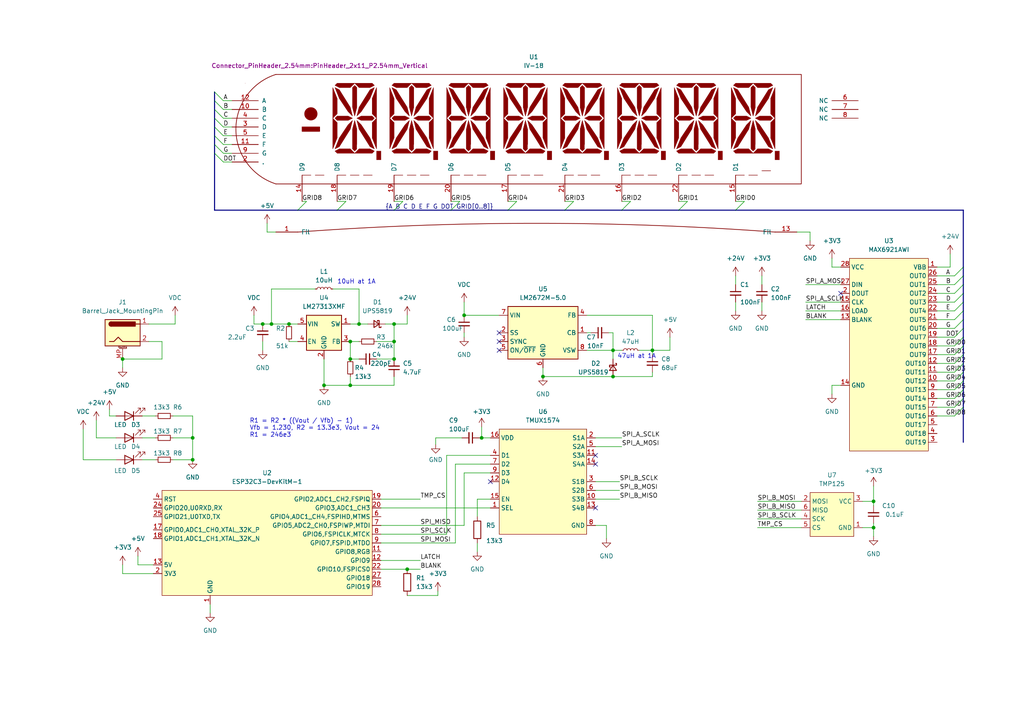
<source format=kicad_sch>
(kicad_sch (version 20230121) (generator eeschema)

  (uuid c16f0a93-7f80-4ce9-85b4-4b448ab27221)

  (paper "A4")

  

  (junction (at 114.3 93.98) (diameter 0) (color 0 0 0 0)
    (uuid 113a66f4-a868-40e4-a116-f780bfe84f63)
  )
  (junction (at 76.2 93.98) (diameter 0) (color 0 0 0 0)
    (uuid 1b1d4618-03fb-47ee-bd74-e3a807c90f7c)
  )
  (junction (at 101.6 111.76) (diameter 0) (color 0 0 0 0)
    (uuid 1cc8e3ed-2435-4320-9491-c2aea80e5cfe)
  )
  (junction (at 101.6 99.06) (diameter 0) (color 0 0 0 0)
    (uuid 24c0450d-0b05-444e-aa5b-a41e4dd1d528)
  )
  (junction (at 83.82 93.98) (diameter 0) (color 0 0 0 0)
    (uuid 45a710de-56c4-49df-a38e-a1e810f3f2b4)
  )
  (junction (at 253.365 145.415) (diameter 0) (color 0 0 0 0)
    (uuid 55af817c-425b-4b10-b2fd-3f1f607939b1)
  )
  (junction (at 101.6 104.14) (diameter 0) (color 0 0 0 0)
    (uuid 5cb6a022-f082-4727-ae78-32b36fb82e69)
  )
  (junction (at 55.88 127) (diameter 0) (color 0 0 0 0)
    (uuid 67278a95-5cc6-4545-b3cd-aad38fccb70f)
  )
  (junction (at 139.7 127) (diameter 0) (color 0 0 0 0)
    (uuid 742ffd46-117a-4a09-aed4-27cf31818f7b)
  )
  (junction (at 253.365 153.035) (diameter 0) (color 0 0 0 0)
    (uuid 7cd63352-e3e1-4163-8241-f29579858ce5)
  )
  (junction (at 177.8 101.6) (diameter 0) (color 0 0 0 0)
    (uuid 8fd3b015-e061-46ee-8024-d66fa7e97fcb)
  )
  (junction (at 114.3 104.14) (diameter 0) (color 0 0 0 0)
    (uuid 97e10ba3-8485-4c9a-b768-c6efaa320018)
  )
  (junction (at 177.8 109.22) (diameter 0) (color 0 0 0 0)
    (uuid 9998ad9e-2e3b-4afd-9f52-c2892eaf1df6)
  )
  (junction (at 55.88 133.35) (diameter 0) (color 0 0 0 0)
    (uuid 9d5780ed-4d88-4d97-b35b-eae4c072c679)
  )
  (junction (at 35.56 104.14) (diameter 0) (color 0 0 0 0)
    (uuid a9a05012-503e-4caf-8d6d-0beaeceae9f8)
  )
  (junction (at 189.23 101.6) (diameter 0) (color 0 0 0 0)
    (uuid ac3c50af-1cd7-4ee2-9d6c-7d7d99e4a85a)
  )
  (junction (at 93.98 111.76) (diameter 0) (color 0 0 0 0)
    (uuid b1eac2db-04ed-4d20-8dd4-d9f001f9c670)
  )
  (junction (at 157.48 109.22) (diameter 0) (color 0 0 0 0)
    (uuid b94fcf5c-deae-4b42-846d-85c339ad25c0)
  )
  (junction (at 104.14 93.98) (diameter 0) (color 0 0 0 0)
    (uuid c226235a-2bb0-46a1-97e1-6d5cd38171ae)
  )
  (junction (at 134.62 91.44) (diameter 0) (color 0 0 0 0)
    (uuid d11f5701-5846-4bc8-9fdc-29360cb5ecea)
  )
  (junction (at 78.74 93.98) (diameter 0) (color 0 0 0 0)
    (uuid edcf8b92-06f2-4cb5-bbba-fda62081db0f)
  )
  (junction (at 114.3 99.06) (diameter 0) (color 0 0 0 0)
    (uuid f541b0d6-b39f-4682-846a-0933cf4ea24d)
  )
  (junction (at 118.11 165.1) (diameter 0) (color 0 0 0 0)
    (uuid f78eddbf-7c62-4015-86e0-bd21de2302c2)
  )

  (no_connect (at 144.78 101.6) (uuid 177040c1-b246-487a-b10f-58821d8bf982))
  (no_connect (at 142.24 139.7) (uuid 284f5862-3c91-4932-b237-1c2b162f2337))
  (no_connect (at 172.72 132.08) (uuid 539ac2a5-fb31-4112-a7f1-e3be35ad23cd))
  (no_connect (at 172.72 147.32) (uuid 6e21344c-87e0-410c-8933-0db5fd91d5d4))
  (no_connect (at 144.78 99.06) (uuid 928a8f57-cae1-44c4-80d0-222090b2a08a))
  (no_connect (at 243.84 85.09) (uuid 9fe32c11-1414-4699-a08c-a07f1d0b5beb))
  (no_connect (at 144.78 96.52) (uuid a36695b8-a7ff-4079-a8c1-af11d65470d0))
  (no_connect (at 172.72 134.62) (uuid cb657c46-1abf-4045-a166-58d24d228da9))

  (bus_entry (at 279.4 87.63) (size -2.54 2.54)
    (stroke (width 0) (type default))
    (uuid 00372c0b-efee-437b-9575-060e1f7bdf0f)
  )
  (bus_entry (at 279.4 100.33) (size -2.54 2.54)
    (stroke (width 0) (type default))
    (uuid 01cfafa6-d543-46ff-aded-41b448ae0295)
  )
  (bus_entry (at 180.34 60.96) (size 2.54 -2.54)
    (stroke (width 0) (type default))
    (uuid 060a2bd4-190c-4641-88c8-88c042008ef7)
  )
  (bus_entry (at 196.85 60.96) (size 2.54 -2.54)
    (stroke (width 0) (type default))
    (uuid 06c8a17f-e610-44cc-8863-4822798c40c1)
  )
  (bus_entry (at 279.4 113.03) (size -2.54 2.54)
    (stroke (width 0) (type default))
    (uuid 0980059e-3bd2-413f-8f92-3fd08fef249a)
  )
  (bus_entry (at 279.4 107.95) (size -2.54 2.54)
    (stroke (width 0) (type default))
    (uuid 0f7815fa-f001-4ae0-9244-de8db0e88307)
  )
  (bus_entry (at 114.3 60.96) (size 2.54 -2.54)
    (stroke (width 0) (type default))
    (uuid 1055ef60-d865-4fd9-a06d-9cdc2959c358)
  )
  (bus_entry (at 279.4 115.57) (size -2.54 2.54)
    (stroke (width 0) (type default))
    (uuid 23d75099-3989-4723-a991-eb85d6af52a7)
  )
  (bus_entry (at 62.23 39.37) (size 2.54 2.54)
    (stroke (width 0) (type default))
    (uuid 26ffd473-b182-4a45-90c1-11f44193bd2d)
  )
  (bus_entry (at 279.4 118.11) (size -2.54 2.54)
    (stroke (width 0) (type default))
    (uuid 2ea0732e-4d32-48c4-bb01-77451cb8807a)
  )
  (bus_entry (at 97.79 60.96) (size 2.54 -2.54)
    (stroke (width 0) (type default))
    (uuid 32e8a985-7068-418f-acce-db961c7471ae)
  )
  (bus_entry (at 279.4 90.17) (size -2.54 2.54)
    (stroke (width 0) (type default))
    (uuid 36c42666-294f-4b98-bfd2-8686b3c9d8c7)
  )
  (bus_entry (at 130.81 60.96) (size 2.54 -2.54)
    (stroke (width 0) (type default))
    (uuid 3ac73b35-8745-4f0d-994a-91261d223d78)
  )
  (bus_entry (at 62.23 31.75) (size 2.54 2.54)
    (stroke (width 0) (type default))
    (uuid 4c9bd855-49bb-466a-be81-96db1c4bce30)
  )
  (bus_entry (at 279.4 82.55) (size -2.54 2.54)
    (stroke (width 0) (type default))
    (uuid 56e96e95-80d5-4161-b2f7-1edb88e00971)
  )
  (bus_entry (at 213.36 60.96) (size 2.54 -2.54)
    (stroke (width 0) (type default))
    (uuid 571bf5cd-9d2d-4266-8010-9177ee3fd5af)
  )
  (bus_entry (at 62.23 34.29) (size 2.54 2.54)
    (stroke (width 0) (type default))
    (uuid 5cf897f6-0591-4231-a908-1e0c6aacc24c)
  )
  (bus_entry (at 279.4 95.25) (size -2.54 2.54)
    (stroke (width 0) (type default))
    (uuid 5e536cfc-fdc6-4ba2-b55d-1ca8857e775b)
  )
  (bus_entry (at 62.23 26.67) (size 2.54 2.54)
    (stroke (width 0) (type default))
    (uuid 624b53a1-46de-4a44-b044-3440f74d33c4)
  )
  (bus_entry (at 62.23 36.83) (size 2.54 2.54)
    (stroke (width 0) (type default))
    (uuid 9293739b-6f8f-4e1e-8892-49b596333aa7)
  )
  (bus_entry (at 279.4 102.87) (size -2.54 2.54)
    (stroke (width 0) (type default))
    (uuid 946216a1-c7cf-4398-b851-30ff43262fd8)
  )
  (bus_entry (at 62.23 41.91) (size 2.54 2.54)
    (stroke (width 0) (type default))
    (uuid 9c7d24a0-b07e-4df6-b9f3-b7d40b0c0829)
  )
  (bus_entry (at 279.4 80.01) (size -2.54 2.54)
    (stroke (width 0) (type default))
    (uuid 9eacaf0f-ab17-4af9-adc1-24260f01f9ee)
  )
  (bus_entry (at 279.4 110.49) (size -2.54 2.54)
    (stroke (width 0) (type default))
    (uuid a2d05bd8-a11e-49ed-acfe-5f25463769a6)
  )
  (bus_entry (at 279.4 77.47) (size -2.54 2.54)
    (stroke (width 0) (type default))
    (uuid adf95257-39ee-49b4-aaf7-568a517fd912)
  )
  (bus_entry (at 279.4 105.41) (size -2.54 2.54)
    (stroke (width 0) (type default))
    (uuid b0cea891-878b-4d01-b4f5-efdbd73af50f)
  )
  (bus_entry (at 86.36 60.96) (size 2.54 -2.54)
    (stroke (width 0) (type default))
    (uuid c5682ff7-f215-4b4f-b6a5-b3cc64cf1996)
  )
  (bus_entry (at 62.23 44.45) (size 2.54 2.54)
    (stroke (width 0) (type default))
    (uuid d192701b-b658-4c08-96c5-4304ca656856)
  )
  (bus_entry (at 62.23 29.21) (size 2.54 2.54)
    (stroke (width 0) (type default))
    (uuid db417492-4d4f-42e2-b6f0-bd3bb724ed21)
  )
  (bus_entry (at 279.4 85.09) (size -2.54 2.54)
    (stroke (width 0) (type default))
    (uuid e041e4e5-4e02-4127-b754-f3253cf5bc1c)
  )
  (bus_entry (at 163.83 60.96) (size 2.54 -2.54)
    (stroke (width 0) (type default))
    (uuid ea98d102-2903-4951-a403-da129271c785)
  )
  (bus_entry (at 279.4 97.79) (size -2.54 2.54)
    (stroke (width 0) (type default))
    (uuid f3b1dd46-7099-481c-944f-94a0958dbdab)
  )
  (bus_entry (at 147.32 60.96) (size 2.54 -2.54)
    (stroke (width 0) (type default))
    (uuid f4fc99ee-2380-482c-9366-ad2c5bff679a)
  )
  (bus_entry (at 279.4 92.71) (size -2.54 2.54)
    (stroke (width 0) (type default))
    (uuid f74eeea3-4517-49c3-9f33-5442cdc1bd11)
  )

  (wire (pts (xy 177.8 96.52) (xy 177.8 101.6))
    (stroke (width 0) (type default))
    (uuid 000ca627-c887-4135-849a-d85628ff5515)
  )
  (wire (pts (xy 27.94 121.92) (xy 27.94 127))
    (stroke (width 0) (type default))
    (uuid 01c1913e-f67b-410a-8d75-196099ffffee)
  )
  (wire (pts (xy 157.48 106.68) (xy 157.48 109.22))
    (stroke (width 0) (type default))
    (uuid 07029b3c-6cfb-4737-be59-0f944dfa7a83)
  )
  (wire (pts (xy 233.68 90.17) (xy 243.84 90.17))
    (stroke (width 0) (type default))
    (uuid 088f3cc3-76e4-4772-91bf-44f4f0975477)
  )
  (wire (pts (xy 250.19 145.415) (xy 253.365 145.415))
    (stroke (width 0) (type default))
    (uuid 08cd4b1b-0686-4f56-98a0-c5a371834a94)
  )
  (wire (pts (xy 104.14 83.82) (xy 104.14 93.98))
    (stroke (width 0) (type default))
    (uuid 0a23e0ca-6255-41cd-a6aa-b6d78a4fb350)
  )
  (wire (pts (xy 64.77 31.75) (xy 67.31 31.75))
    (stroke (width 0) (type default))
    (uuid 0a62586f-52f2-422e-abed-ff0900e57728)
  )
  (wire (pts (xy 35.56 104.14) (xy 35.56 106.68))
    (stroke (width 0) (type default))
    (uuid 0cd78e1a-fc27-4489-b095-5eef902519cf)
  )
  (wire (pts (xy 134.62 152.4) (xy 134.62 137.16))
    (stroke (width 0) (type default))
    (uuid 0eb7b473-4963-4b07-b61a-3d9d98e6c229)
  )
  (wire (pts (xy 114.3 104.14) (xy 114.3 99.06))
    (stroke (width 0) (type default))
    (uuid 0ed2f02c-84dc-4dce-9bb3-abc9d49ff013)
  )
  (wire (pts (xy 44.45 166.37) (xy 35.56 166.37))
    (stroke (width 0) (type default))
    (uuid 15850101-8ede-4031-a335-3320aeecd99b)
  )
  (wire (pts (xy 41.275 120.65) (xy 45.085 120.65))
    (stroke (width 0) (type default))
    (uuid 15b5c50d-5d7c-44be-982e-ebc9e6b4b466)
  )
  (wire (pts (xy 271.78 110.49) (xy 276.86 110.49))
    (stroke (width 0) (type default))
    (uuid 1625294f-bda5-4281-8211-847e1ccccf1e)
  )
  (wire (pts (xy 175.895 152.4) (xy 175.895 156.21))
    (stroke (width 0) (type default))
    (uuid 18837a3b-ca24-4136-ad9e-53d1d5b5a26d)
  )
  (wire (pts (xy 27.94 127) (xy 33.655 127))
    (stroke (width 0) (type default))
    (uuid 1ea4131c-60bf-47b6-815c-124a29dae57f)
  )
  (wire (pts (xy 83.82 99.06) (xy 86.36 99.06))
    (stroke (width 0) (type default))
    (uuid 1efd40a5-9f4e-4dc1-9205-f9b293f98c4a)
  )
  (wire (pts (xy 127 171.45) (xy 127 172.72))
    (stroke (width 0) (type default))
    (uuid 1f44b0ac-213c-4f25-8519-69848d2d8516)
  )
  (wire (pts (xy 101.6 99.06) (xy 104.14 99.06))
    (stroke (width 0) (type default))
    (uuid 1f464776-f68a-4dc8-852f-029df72f4190)
  )
  (wire (pts (xy 139.7 127) (xy 142.24 127))
    (stroke (width 0) (type default))
    (uuid 201bee6d-1674-4a32-9061-6654c233e5b5)
  )
  (wire (pts (xy 76.2 99.06) (xy 76.2 101.6))
    (stroke (width 0) (type default))
    (uuid 20cee226-c1fc-49cf-a7cc-239e0af61e84)
  )
  (wire (pts (xy 55.88 120.65) (xy 55.88 127))
    (stroke (width 0) (type default))
    (uuid 225a592c-7ba8-414a-b313-a4bce920c8da)
  )
  (wire (pts (xy 139.7 123.825) (xy 139.7 127))
    (stroke (width 0) (type default))
    (uuid 2365666b-d495-470a-a311-9e8a2172e613)
  )
  (wire (pts (xy 177.8 101.6) (xy 170.18 101.6))
    (stroke (width 0) (type default))
    (uuid 249e6004-f8aa-4f4e-899e-cef16257e0ea)
  )
  (wire (pts (xy 132.08 134.62) (xy 142.24 134.62))
    (stroke (width 0) (type default))
    (uuid 25bcaa15-4c7c-4a6c-82c5-11f17e788bdb)
  )
  (wire (pts (xy 134.62 137.16) (xy 142.24 137.16))
    (stroke (width 0) (type default))
    (uuid 261239a6-2fe0-45a7-a20f-bece32ba8dce)
  )
  (wire (pts (xy 271.78 97.79) (xy 276.86 97.79))
    (stroke (width 0) (type default))
    (uuid 2733b475-5f19-40b1-a81d-407e65c777b4)
  )
  (wire (pts (xy 213.36 87.63) (xy 213.36 90.17))
    (stroke (width 0) (type default))
    (uuid 28f6051d-05c5-46a8-86d4-dc316936c143)
  )
  (wire (pts (xy 275.59 73.66) (xy 275.59 77.47))
    (stroke (width 0) (type default))
    (uuid 2a079c5e-91cc-4f63-8b8a-c1a3a2118518)
  )
  (wire (pts (xy 114.3 109.22) (xy 114.3 111.76))
    (stroke (width 0) (type default))
    (uuid 2a5af319-f0e5-48d2-b7c8-c3976818d084)
  )
  (wire (pts (xy 40.005 163.83) (xy 44.45 163.83))
    (stroke (width 0) (type default))
    (uuid 2b2554a2-b05f-48b3-ab72-8651e3dc2384)
  )
  (wire (pts (xy 234.95 67.31) (xy 234.95 69.85))
    (stroke (width 0) (type default))
    (uuid 2befadff-6d11-498f-a8fc-3830a5a1e400)
  )
  (wire (pts (xy 253.365 153.035) (xy 253.365 155.575))
    (stroke (width 0) (type default))
    (uuid 2c76c7fc-bd68-4522-a4ec-133877e3cbfa)
  )
  (wire (pts (xy 134.62 96.52) (xy 134.62 97.79))
    (stroke (width 0) (type default))
    (uuid 2d72f0f4-7cce-4de3-a829-1460f3ce92a0)
  )
  (wire (pts (xy 110.49 147.32) (xy 142.24 147.32))
    (stroke (width 0) (type default))
    (uuid 311abe59-df6f-4443-a2e7-e121fd3feb59)
  )
  (bus (pts (xy 279.4 92.71) (xy 279.4 95.25))
    (stroke (width 0) (type default))
    (uuid 31a31ba4-772c-4ba4-a71c-2b6b46480b3f)
  )
  (bus (pts (xy 279.4 113.03) (xy 279.4 115.57))
    (stroke (width 0) (type default))
    (uuid 32709f2c-e934-466f-b068-2f3c3fb6013b)
  )

  (wire (pts (xy 220.98 80.01) (xy 220.98 82.55))
    (stroke (width 0) (type default))
    (uuid 32ca5e13-79a2-40d7-9b78-5f514dff34ea)
  )
  (wire (pts (xy 138.43 144.78) (xy 138.43 149.86))
    (stroke (width 0) (type default))
    (uuid 356b8a77-bb36-414e-b60f-d852c8e9ea9b)
  )
  (wire (pts (xy 176.53 96.52) (xy 177.8 96.52))
    (stroke (width 0) (type default))
    (uuid 35e10d97-e808-40d3-a99f-80d5f3c6c206)
  )
  (bus (pts (xy 279.4 110.49) (xy 279.4 113.03))
    (stroke (width 0) (type default))
    (uuid 35f36e55-de99-4838-899b-d2fa0eb499d2)
  )

  (wire (pts (xy 172.72 144.78) (xy 179.705 144.78))
    (stroke (width 0) (type default))
    (uuid 37d1c439-f985-4f60-95ab-1baf749cbdd9)
  )
  (wire (pts (xy 233.68 87.63) (xy 243.84 87.63))
    (stroke (width 0) (type default))
    (uuid 3ac7cf1f-65f6-448e-860a-627c94e23f40)
  )
  (wire (pts (xy 46.99 104.14) (xy 35.56 104.14))
    (stroke (width 0) (type default))
    (uuid 3b3d7562-c84c-4c57-a274-781256873b2c)
  )
  (wire (pts (xy 93.98 111.76) (xy 93.98 104.14))
    (stroke (width 0) (type default))
    (uuid 3c40ada0-f85d-4b04-bb54-cb7f855f38b8)
  )
  (wire (pts (xy 110.49 144.78) (xy 121.92 144.78))
    (stroke (width 0) (type default))
    (uuid 3c86a6b6-df71-4788-b365-1fd4df8413aa)
  )
  (bus (pts (xy 279.4 87.63) (xy 279.4 90.17))
    (stroke (width 0) (type default))
    (uuid 426d1971-1f03-4adb-a50f-e371e045df78)
  )
  (bus (pts (xy 62.23 36.83) (xy 62.23 39.37))
    (stroke (width 0) (type default))
    (uuid 4308898d-dc29-4b4e-b13d-9ebdc18d01c2)
  )

  (wire (pts (xy 40.005 161.29) (xy 40.005 163.83))
    (stroke (width 0) (type default))
    (uuid 44bceb18-db54-4b56-89cd-8d8bd414e1d7)
  )
  (wire (pts (xy 64.77 41.91) (xy 67.31 41.91))
    (stroke (width 0) (type default))
    (uuid 44f35cc4-6d8f-47c3-ab7b-700bb71a3052)
  )
  (wire (pts (xy 55.88 127) (xy 55.88 133.35))
    (stroke (width 0) (type default))
    (uuid 45a17f44-22a4-4be1-aa4c-54c5c8dfbc46)
  )
  (bus (pts (xy 62.23 31.75) (xy 62.23 34.29))
    (stroke (width 0) (type default))
    (uuid 49ab5612-6206-4de9-bdcf-5c8665ad60f9)
  )

  (wire (pts (xy 271.78 115.57) (xy 276.86 115.57))
    (stroke (width 0) (type default))
    (uuid 4a5020b7-dbf4-4611-bbe2-4aeabc0d6239)
  )
  (wire (pts (xy 87.63 58.42) (xy 88.9 58.42))
    (stroke (width 0) (type default))
    (uuid 4ca68834-2902-4f9c-a043-bdff48d06e8e)
  )
  (bus (pts (xy 279.4 115.57) (xy 279.4 118.11))
    (stroke (width 0) (type default))
    (uuid 4ccb8d81-4c67-4705-805d-50a594aedd9c)
  )
  (bus (pts (xy 279.4 105.41) (xy 279.4 107.95))
    (stroke (width 0) (type default))
    (uuid 4e3fe92c-928c-46bc-bf7e-57ab5f04d32c)
  )

  (wire (pts (xy 129.54 154.94) (xy 129.54 132.08))
    (stroke (width 0) (type default))
    (uuid 4e97cd2f-805b-45ef-8e0a-a93416ad1e52)
  )
  (wire (pts (xy 271.78 102.87) (xy 276.86 102.87))
    (stroke (width 0) (type default))
    (uuid 4eb8fd6c-37c5-4b05-acf4-7f676cdcbe5a)
  )
  (wire (pts (xy 219.71 150.495) (xy 232.41 150.495))
    (stroke (width 0) (type default))
    (uuid 4f4bc559-0db3-48b8-8fb1-5d671b699f74)
  )
  (wire (pts (xy 64.77 29.21) (xy 67.31 29.21))
    (stroke (width 0) (type default))
    (uuid 50774eb9-42b2-4751-9aca-65199d798588)
  )
  (wire (pts (xy 220.98 87.63) (xy 220.98 90.17))
    (stroke (width 0) (type default))
    (uuid 535208d7-0d39-4828-91eb-c1926f0bb815)
  )
  (wire (pts (xy 189.23 101.6) (xy 189.23 102.87))
    (stroke (width 0) (type default))
    (uuid 5622b6cd-f19a-40e9-80bd-9875d92cb0ae)
  )
  (bus (pts (xy 279.4 97.79) (xy 279.4 100.33))
    (stroke (width 0) (type default))
    (uuid 56295e7d-fb6c-4885-81cd-ac4c6924cf9f)
  )

  (wire (pts (xy 78.74 83.82) (xy 91.44 83.82))
    (stroke (width 0) (type default))
    (uuid 56eb139b-a85e-46ea-af05-4e015bb0929c)
  )
  (wire (pts (xy 219.71 153.035) (xy 232.41 153.035))
    (stroke (width 0) (type default))
    (uuid 572c7499-43ff-4221-a76a-a5b310af7f80)
  )
  (wire (pts (xy 130.81 58.42) (xy 133.35 58.42))
    (stroke (width 0) (type default))
    (uuid 5a36f583-8123-463e-a620-972564737263)
  )
  (wire (pts (xy 33.655 120.65) (xy 31.75 120.65))
    (stroke (width 0) (type default))
    (uuid 5ba741b0-59aa-4d1c-bd8d-14c6161bfee2)
  )
  (bus (pts (xy 279.4 118.11) (xy 279.4 128.27))
    (stroke (width 0) (type default))
    (uuid 5c80797f-13fb-42ee-a07e-2a49463cc152)
  )

  (wire (pts (xy 110.49 165.1) (xy 118.11 165.1))
    (stroke (width 0) (type default))
    (uuid 5f689149-38ef-4018-bb25-bc45e5a66a30)
  )
  (wire (pts (xy 41.275 127) (xy 45.085 127))
    (stroke (width 0) (type default))
    (uuid 5fd4fa5a-c646-4181-aec3-49d22d2118b5)
  )
  (wire (pts (xy 189.23 101.6) (xy 185.42 101.6))
    (stroke (width 0) (type default))
    (uuid 602d0ef9-ec5d-4e67-b932-ab01349339d1)
  )
  (wire (pts (xy 129.54 132.08) (xy 142.24 132.08))
    (stroke (width 0) (type default))
    (uuid 61dcd8f7-4fc4-4200-8b47-6a8e313b67b1)
  )
  (wire (pts (xy 104.14 93.98) (xy 101.6 93.98))
    (stroke (width 0) (type default))
    (uuid 64490d4d-06bd-41d9-9b63-45fdc91ddf3b)
  )
  (bus (pts (xy 279.4 95.25) (xy 279.4 97.79))
    (stroke (width 0) (type default))
    (uuid 645cf9dd-367c-43fe-9876-68b13ddaeef6)
  )

  (wire (pts (xy 271.78 107.95) (xy 276.86 107.95))
    (stroke (width 0) (type default))
    (uuid 64e0920f-85e0-432b-90ce-29b14deb7d11)
  )
  (wire (pts (xy 24.13 124.46) (xy 24.13 133.35))
    (stroke (width 0) (type default))
    (uuid 64e7a577-ecf1-4c03-a83e-d7c9c978dedb)
  )
  (bus (pts (xy 279.4 60.96) (xy 279.4 77.47))
    (stroke (width 0) (type default))
    (uuid 65985219-05e3-47a0-8a7b-b177388cc933)
  )

  (wire (pts (xy 76.2 93.98) (xy 78.74 93.98))
    (stroke (width 0) (type default))
    (uuid 65e4a600-3d13-4501-9911-7510eb34612c)
  )
  (wire (pts (xy 96.52 83.82) (xy 104.14 83.82))
    (stroke (width 0) (type default))
    (uuid 663d1cd5-f5e3-4cbb-8fee-c1e37b020559)
  )
  (wire (pts (xy 243.84 111.76) (xy 241.3 111.76))
    (stroke (width 0) (type default))
    (uuid 687c3a92-4dc3-4091-8fa0-9ffca104acdf)
  )
  (wire (pts (xy 132.08 157.48) (xy 132.08 134.62))
    (stroke (width 0) (type default))
    (uuid 6a2a2abe-f063-452a-b984-abe0051ff385)
  )
  (wire (pts (xy 139.065 127) (xy 139.7 127))
    (stroke (width 0) (type default))
    (uuid 6b37780b-42e1-49b7-88f5-48203388fa9b)
  )
  (wire (pts (xy 55.88 133.35) (xy 50.165 133.35))
    (stroke (width 0) (type default))
    (uuid 7097b059-c74f-433b-98de-c3190db69351)
  )
  (wire (pts (xy 189.23 91.44) (xy 189.23 101.6))
    (stroke (width 0) (type default))
    (uuid 770133d5-4695-414e-9f39-31611617a078)
  )
  (wire (pts (xy 189.23 109.22) (xy 177.8 109.22))
    (stroke (width 0) (type default))
    (uuid 78ff7d88-885b-45bb-9c5a-e3796100197d)
  )
  (wire (pts (xy 118.11 172.72) (xy 127 172.72))
    (stroke (width 0) (type default))
    (uuid 7a112adb-73b2-4c71-84b7-26a01992d69a)
  )
  (bus (pts (xy 62.23 60.96) (xy 86.36 60.96))
    (stroke (width 0) (type default))
    (uuid 7ae7ab8a-4782-4bed-8b6a-9e4eb6fc5119)
  )

  (wire (pts (xy 134.62 91.44) (xy 144.78 91.44))
    (stroke (width 0) (type default))
    (uuid 7e3a2ad8-e935-497a-b66c-a5e55bf000a1)
  )
  (wire (pts (xy 241.3 74.93) (xy 241.3 77.47))
    (stroke (width 0) (type default))
    (uuid 7f85f6dc-8588-4018-9a9e-10170ea2bdd7)
  )
  (wire (pts (xy 77.47 67.31) (xy 77.47 64.77))
    (stroke (width 0) (type default))
    (uuid 81c72d73-cfd4-47b7-8b4f-7eb5dd07a44f)
  )
  (bus (pts (xy 62.23 34.29) (xy 62.23 36.83))
    (stroke (width 0) (type default))
    (uuid 81d3da48-274d-43a1-9588-bdcc471434ef)
  )

  (wire (pts (xy 101.6 109.22) (xy 101.6 111.76))
    (stroke (width 0) (type default))
    (uuid 82900116-3b67-4521-a2b5-d8e96aa7cc1c)
  )
  (wire (pts (xy 33.655 133.35) (xy 24.13 133.35))
    (stroke (width 0) (type default))
    (uuid 82d7f939-1073-4822-9def-fd37ff8c6c32)
  )
  (wire (pts (xy 250.19 153.035) (xy 253.365 153.035))
    (stroke (width 0) (type default))
    (uuid 8410dd0c-a458-4d46-9075-e6ccc2ab18b3)
  )
  (wire (pts (xy 114.3 93.98) (xy 118.11 93.98))
    (stroke (width 0) (type default))
    (uuid 8564b49c-f8f8-4ec8-a44f-1d12e482add7)
  )
  (wire (pts (xy 172.72 127) (xy 180.34 127))
    (stroke (width 0) (type default))
    (uuid 859b6c17-7ac2-46aa-85bd-c10468eef495)
  )
  (wire (pts (xy 126.365 127) (xy 126.365 128.905))
    (stroke (width 0) (type default))
    (uuid 85a97ffc-0eb5-4cec-953d-f6ea8f572ae1)
  )
  (wire (pts (xy 97.79 58.42) (xy 100.33 58.42))
    (stroke (width 0) (type default))
    (uuid 8836a0c2-f7a1-4203-b342-7f9f86a68739)
  )
  (wire (pts (xy 172.72 129.54) (xy 180.34 129.54))
    (stroke (width 0) (type default))
    (uuid 89f90d2c-860f-49af-a5cd-858459596d98)
  )
  (bus (pts (xy 62.23 44.45) (xy 62.23 60.96))
    (stroke (width 0) (type default))
    (uuid 8a071c2d-97cf-4906-a5df-7e3aab497efd)
  )

  (wire (pts (xy 271.78 80.01) (xy 276.86 80.01))
    (stroke (width 0) (type default))
    (uuid 8a272875-92d3-4ad9-b037-f583749abd8c)
  )
  (bus (pts (xy 279.4 85.09) (xy 279.4 87.63))
    (stroke (width 0) (type default))
    (uuid 8a51dfe5-d429-4a13-af43-151574b34621)
  )

  (wire (pts (xy 114.3 58.42) (xy 116.84 58.42))
    (stroke (width 0) (type default))
    (uuid 8a982464-63df-4bc7-9fa3-2ca574b25b3d)
  )
  (bus (pts (xy 196.85 60.96) (xy 213.36 60.96))
    (stroke (width 0) (type default))
    (uuid 8b45b7fb-007e-496a-aaed-d489af4bafc2)
  )

  (wire (pts (xy 271.78 82.55) (xy 276.86 82.55))
    (stroke (width 0) (type default))
    (uuid 8d7829ec-4bf3-4ef9-93b2-a9080188292d)
  )
  (wire (pts (xy 142.24 144.78) (xy 138.43 144.78))
    (stroke (width 0) (type default))
    (uuid 8dfa37e5-6f56-49d7-967b-fd6a3f3b226b)
  )
  (wire (pts (xy 271.78 100.33) (xy 276.86 100.33))
    (stroke (width 0) (type default))
    (uuid 8e73a38f-3120-4892-af9e-02086512c1d0)
  )
  (wire (pts (xy 194.31 97.79) (xy 194.31 101.6))
    (stroke (width 0) (type default))
    (uuid 8eeec059-05c8-4f9b-806a-246fbad9a755)
  )
  (wire (pts (xy 133.985 127) (xy 126.365 127))
    (stroke (width 0) (type default))
    (uuid 8fb506c0-1508-4e1a-94f8-4a38b0bb5dab)
  )
  (wire (pts (xy 111.76 93.98) (xy 114.3 93.98))
    (stroke (width 0) (type default))
    (uuid 9095eb89-ab28-4edf-99ff-caaacd8f15e5)
  )
  (wire (pts (xy 271.78 105.41) (xy 276.86 105.41))
    (stroke (width 0) (type default))
    (uuid 90d1a982-3a23-4f56-9d79-589f1a677c47)
  )
  (bus (pts (xy 97.79 60.96) (xy 114.3 60.96))
    (stroke (width 0) (type default))
    (uuid 92c645e5-6ead-4a49-9555-4090f9e0675e)
  )

  (wire (pts (xy 271.78 95.25) (xy 276.86 95.25))
    (stroke (width 0) (type default))
    (uuid 9330ce6a-3a35-49b6-ae34-a6ef8150ee54)
  )
  (wire (pts (xy 180.34 58.42) (xy 182.88 58.42))
    (stroke (width 0) (type default))
    (uuid 93e1c713-b9c0-4d3b-93e1-4258e0dd3de0)
  )
  (wire (pts (xy 233.68 82.55) (xy 243.84 82.55))
    (stroke (width 0) (type default))
    (uuid 9436b30c-889c-49ae-ab9f-8865c42ec727)
  )
  (wire (pts (xy 101.6 111.76) (xy 93.98 111.76))
    (stroke (width 0) (type default))
    (uuid 952e4cd3-83b7-478d-bea1-67b09877bb9c)
  )
  (wire (pts (xy 64.77 39.37) (xy 67.31 39.37))
    (stroke (width 0) (type default))
    (uuid 95df1fe0-c5d8-4531-af66-afd843ccc6d3)
  )
  (wire (pts (xy 134.62 87.63) (xy 134.62 91.44))
    (stroke (width 0) (type default))
    (uuid 95e155c9-e465-46ef-941a-bfc156993235)
  )
  (wire (pts (xy 243.84 77.47) (xy 241.3 77.47))
    (stroke (width 0) (type default))
    (uuid 96a316ec-8ed8-4596-bc13-302fcf3daf04)
  )
  (bus (pts (xy 279.4 107.95) (xy 279.4 110.49))
    (stroke (width 0) (type default))
    (uuid 97d75a0d-3618-4a7f-824d-724d200f05ff)
  )

  (wire (pts (xy 110.49 157.48) (xy 132.08 157.48))
    (stroke (width 0) (type default))
    (uuid 97f6e6c7-2c14-4a93-a409-0b1b193eba8d)
  )
  (wire (pts (xy 50.165 120.65) (xy 55.88 120.65))
    (stroke (width 0) (type default))
    (uuid 98aec704-8fa8-46ab-ad0b-227cfc47ddfa)
  )
  (wire (pts (xy 177.8 101.6) (xy 180.34 101.6))
    (stroke (width 0) (type default))
    (uuid 99166428-ed4e-4255-944f-3e1644610034)
  )
  (wire (pts (xy 60.96 175.26) (xy 60.96 177.8))
    (stroke (width 0) (type default))
    (uuid 9a5d2022-dd7d-4d3d-9f2a-0e87ecad584e)
  )
  (wire (pts (xy 170.18 91.44) (xy 189.23 91.44))
    (stroke (width 0) (type default))
    (uuid 9af4e7f6-adac-4a9d-992c-9387a9f1271f)
  )
  (bus (pts (xy 279.4 90.17) (xy 279.4 92.71))
    (stroke (width 0) (type default))
    (uuid 9b62008f-5da8-48c2-9140-b31ee8016f2c)
  )
  (bus (pts (xy 180.34 60.96) (xy 196.85 60.96))
    (stroke (width 0) (type default))
    (uuid 9da904e2-19ab-451b-a553-e349443dd1bc)
  )

  (wire (pts (xy 31.75 118.745) (xy 31.75 120.65))
    (stroke (width 0) (type default))
    (uuid 9dde9256-108d-4a96-9407-475958211acc)
  )
  (wire (pts (xy 109.22 104.14) (xy 114.3 104.14))
    (stroke (width 0) (type default))
    (uuid 9e94711c-b0e2-44c5-8934-66f9a052bc95)
  )
  (bus (pts (xy 279.4 80.01) (xy 279.4 82.55))
    (stroke (width 0) (type default))
    (uuid a0547af7-1af0-4530-b4ec-1c1d77952a9a)
  )
  (bus (pts (xy 62.23 39.37) (xy 62.23 41.91))
    (stroke (width 0) (type default))
    (uuid a0c14766-2f9c-4f6b-9583-e0978ec8b49f)
  )

  (wire (pts (xy 73.66 91.44) (xy 73.66 93.98))
    (stroke (width 0) (type default))
    (uuid a269dcdd-b7df-4740-8619-d3bf6b2702a8)
  )
  (bus (pts (xy 62.23 26.67) (xy 62.23 29.21))
    (stroke (width 0) (type default))
    (uuid a432cbb9-3e19-4c6d-b472-e7e2b9419b9d)
  )

  (wire (pts (xy 177.8 101.6) (xy 177.8 104.14))
    (stroke (width 0) (type default))
    (uuid a46165a2-04f9-4b29-80fe-fcc9370588b4)
  )
  (wire (pts (xy 219.71 145.415) (xy 232.41 145.415))
    (stroke (width 0) (type default))
    (uuid a891f6ad-398e-4c52-aa62-072b6dca18ac)
  )
  (wire (pts (xy 271.78 92.71) (xy 276.86 92.71))
    (stroke (width 0) (type default))
    (uuid ab314411-7c47-437b-8d36-a08e09986fe9)
  )
  (wire (pts (xy 196.85 58.42) (xy 199.39 58.42))
    (stroke (width 0) (type default))
    (uuid aba5f593-e09b-4289-b1e4-9e7c3730ece5)
  )
  (wire (pts (xy 118.11 165.1) (xy 121.92 165.1))
    (stroke (width 0) (type default))
    (uuid ad39142c-e880-4ef0-889f-d6c8fe314fa9)
  )
  (wire (pts (xy 241.3 111.76) (xy 241.3 114.3))
    (stroke (width 0) (type default))
    (uuid ae35ccd8-18da-4694-9e6c-a63b009a6bf3)
  )
  (wire (pts (xy 271.78 113.03) (xy 276.86 113.03))
    (stroke (width 0) (type default))
    (uuid af92b00f-9706-456f-8267-5552f9515542)
  )
  (wire (pts (xy 253.365 140.97) (xy 253.365 145.415))
    (stroke (width 0) (type default))
    (uuid b053bca7-34de-4140-970b-55044b064ecc)
  )
  (wire (pts (xy 172.72 139.7) (xy 179.705 139.7))
    (stroke (width 0) (type default))
    (uuid b0594bd5-63da-49be-93c1-4580bf79991d)
  )
  (wire (pts (xy 172.72 142.24) (xy 179.705 142.24))
    (stroke (width 0) (type default))
    (uuid b182348a-9895-4b47-8f4b-ee6481c2f5eb)
  )
  (wire (pts (xy 271.78 85.09) (xy 276.86 85.09))
    (stroke (width 0) (type default))
    (uuid b1b6c6f4-2e81-40d3-b00c-d0a32160f93a)
  )
  (wire (pts (xy 104.14 93.98) (xy 106.68 93.98))
    (stroke (width 0) (type default))
    (uuid b28ba307-ac0d-479a-b540-bf38764b4a12)
  )
  (bus (pts (xy 279.4 82.55) (xy 279.4 85.09))
    (stroke (width 0) (type default))
    (uuid b2c7bcfe-8f99-4be7-87cd-181e1cbd044f)
  )
  (bus (pts (xy 279.4 77.47) (xy 279.4 80.01))
    (stroke (width 0) (type default))
    (uuid b6fd8a02-c8e6-46d3-a83e-e2486f37e2da)
  )

  (wire (pts (xy 172.72 152.4) (xy 175.895 152.4))
    (stroke (width 0) (type default))
    (uuid b7459250-885a-4e59-b344-4764e8442d95)
  )
  (wire (pts (xy 80.01 67.31) (xy 77.47 67.31))
    (stroke (width 0) (type default))
    (uuid b802f345-6258-4212-a331-982888f6082d)
  )
  (bus (pts (xy 114.3 60.96) (xy 130.81 60.96))
    (stroke (width 0) (type default))
    (uuid b80d7291-c66f-4242-a876-cf2799911e38)
  )

  (wire (pts (xy 101.6 104.14) (xy 104.14 104.14))
    (stroke (width 0) (type default))
    (uuid b8232576-2a9e-4777-8a57-0755429402c6)
  )
  (wire (pts (xy 233.68 92.71) (xy 243.84 92.71))
    (stroke (width 0) (type default))
    (uuid ba238ff3-32f4-4660-8718-39de78fc5fff)
  )
  (wire (pts (xy 114.3 93.98) (xy 114.3 99.06))
    (stroke (width 0) (type default))
    (uuid ba2e22a3-3782-4b4a-b3d1-22fd7343868e)
  )
  (bus (pts (xy 163.83 60.96) (xy 180.34 60.96))
    (stroke (width 0) (type default))
    (uuid bc3dcf14-ef46-411f-9216-51200bb0a686)
  )

  (wire (pts (xy 163.83 58.42) (xy 166.37 58.42))
    (stroke (width 0) (type default))
    (uuid bd56442c-324a-470f-a9af-60e682961104)
  )
  (wire (pts (xy 271.78 77.47) (xy 275.59 77.47))
    (stroke (width 0) (type default))
    (uuid be8beffd-4e60-4596-a31d-2b985d27ae3c)
  )
  (bus (pts (xy 147.32 60.96) (xy 163.83 60.96))
    (stroke (width 0) (type default))
    (uuid beb7fc9a-ccd3-442c-abde-c0c089efb4d1)
  )

  (wire (pts (xy 83.82 93.98) (xy 86.36 93.98))
    (stroke (width 0) (type default))
    (uuid c06edb74-f0f8-4b67-a288-066a2c6176d9)
  )
  (wire (pts (xy 41.275 133.35) (xy 45.085 133.35))
    (stroke (width 0) (type default))
    (uuid c0d74847-2afd-4654-b152-681ccee79bfe)
  )
  (wire (pts (xy 76.2 93.98) (xy 73.66 93.98))
    (stroke (width 0) (type default))
    (uuid c1a3bfc6-2e42-4265-b8fc-886d4e885581)
  )
  (wire (pts (xy 189.23 101.6) (xy 194.31 101.6))
    (stroke (width 0) (type default))
    (uuid c1e6ef73-35f1-4224-9b44-08a24144acf4)
  )
  (wire (pts (xy 271.78 87.63) (xy 276.86 87.63))
    (stroke (width 0) (type default))
    (uuid c2065dc5-85a8-4c4e-9dc2-9249d60399ce)
  )
  (wire (pts (xy 110.49 154.94) (xy 129.54 154.94))
    (stroke (width 0) (type default))
    (uuid c2c2c027-524c-489e-b727-766d1dc2277a)
  )
  (wire (pts (xy 110.49 162.56) (xy 121.92 162.56))
    (stroke (width 0) (type default))
    (uuid c5ddbff7-b754-4ea5-84df-57377a1342d8)
  )
  (wire (pts (xy 118.11 91.44) (xy 118.11 93.98))
    (stroke (width 0) (type default))
    (uuid c5f483f9-e6b6-485e-998e-23414ea929e1)
  )
  (wire (pts (xy 253.365 145.415) (xy 253.365 146.685))
    (stroke (width 0) (type default))
    (uuid c8700a34-f2e8-46aa-bcfe-2d3096559470)
  )
  (wire (pts (xy 271.78 120.65) (xy 276.86 120.65))
    (stroke (width 0) (type default))
    (uuid caf0de89-6372-44ec-8eb1-39a5ad56bb28)
  )
  (wire (pts (xy 114.3 111.76) (xy 101.6 111.76))
    (stroke (width 0) (type default))
    (uuid cd0153d7-9655-4ad6-8190-72ac26a2f9eb)
  )
  (wire (pts (xy 101.6 99.06) (xy 101.6 104.14))
    (stroke (width 0) (type default))
    (uuid cd81d0cc-9c82-4c7e-abba-803d479cd4dd)
  )
  (wire (pts (xy 35.56 163.83) (xy 35.56 166.37))
    (stroke (width 0) (type default))
    (uuid ce80fd45-5ba3-4142-bbb4-0e963fbe84e5)
  )
  (wire (pts (xy 189.23 107.95) (xy 189.23 109.22))
    (stroke (width 0) (type default))
    (uuid ce8f2cd9-7e63-4b9e-9d38-a5a6ff6c69fe)
  )
  (bus (pts (xy 62.23 41.91) (xy 62.23 44.45))
    (stroke (width 0) (type default))
    (uuid cef47a8c-6249-497b-96ae-0a3d56006bff)
  )

  (wire (pts (xy 170.18 96.52) (xy 171.45 96.52))
    (stroke (width 0) (type default))
    (uuid cf76ad11-9809-404e-be24-6cb59f535502)
  )
  (wire (pts (xy 64.77 34.29) (xy 67.31 34.29))
    (stroke (width 0) (type default))
    (uuid d17447cd-1b0b-44d3-8dad-6ed8e8170313)
  )
  (wire (pts (xy 78.74 93.98) (xy 83.82 93.98))
    (stroke (width 0) (type default))
    (uuid d23b88aa-af01-45c7-9576-64841fb00458)
  )
  (wire (pts (xy 219.71 147.955) (xy 232.41 147.955))
    (stroke (width 0) (type default))
    (uuid d3007a2c-f6a9-4987-85e3-76d9cb5f6a41)
  )
  (wire (pts (xy 271.78 90.17) (xy 276.86 90.17))
    (stroke (width 0) (type default))
    (uuid d35ee9a5-1cf5-44a0-ba44-dadddfbb8893)
  )
  (wire (pts (xy 231.14 67.31) (xy 234.95 67.31))
    (stroke (width 0) (type default))
    (uuid d411c6d1-d16e-40cf-903c-fa6fc4b18df6)
  )
  (bus (pts (xy 279.4 102.87) (xy 279.4 105.41))
    (stroke (width 0) (type default))
    (uuid d43c3279-80f8-4d6a-92d6-0932a583f95e)
  )

  (wire (pts (xy 157.48 109.22) (xy 177.8 109.22))
    (stroke (width 0) (type default))
    (uuid d4611f51-06ba-4d14-bfc2-8e888332e96c)
  )
  (bus (pts (xy 213.36 60.96) (xy 279.4 60.96))
    (stroke (width 0) (type default))
    (uuid df0f119d-1ce8-4e48-89ba-057e9d271fa1)
  )

  (wire (pts (xy 50.165 127) (xy 55.88 127))
    (stroke (width 0) (type default))
    (uuid e138ddce-c1b3-4e44-b472-3f3a9b90493e)
  )
  (wire (pts (xy 43.18 99.06) (xy 46.99 99.06))
    (stroke (width 0) (type default))
    (uuid e17514c4-57d0-4dd3-85d5-1816d802b1d5)
  )
  (bus (pts (xy 62.23 29.21) (xy 62.23 31.75))
    (stroke (width 0) (type default))
    (uuid e349d7af-d62b-412d-91cd-2bea2d6ff906)
  )
  (bus (pts (xy 279.4 100.33) (xy 279.4 102.87))
    (stroke (width 0) (type default))
    (uuid e3e01caa-7f73-49a0-bf88-c640725e2170)
  )

  (wire (pts (xy 213.36 80.01) (xy 213.36 82.55))
    (stroke (width 0) (type default))
    (uuid e5b530ef-d89d-4416-b954-44ed8734cd7e)
  )
  (wire (pts (xy 64.77 36.83) (xy 67.31 36.83))
    (stroke (width 0) (type default))
    (uuid e9788a1f-5adb-4f61-a4c8-a41ab4e5e607)
  )
  (wire (pts (xy 50.8 91.44) (xy 50.8 93.98))
    (stroke (width 0) (type default))
    (uuid ea6befd7-bbd2-494a-b269-b3bcb500e0ef)
  )
  (wire (pts (xy 213.36 58.42) (xy 215.9 58.42))
    (stroke (width 0) (type default))
    (uuid eac97179-2285-4024-a94b-5bd1d37127e3)
  )
  (wire (pts (xy 64.77 46.99) (xy 67.31 46.99))
    (stroke (width 0) (type default))
    (uuid eb409d9e-4704-4788-96e1-1844052549f4)
  )
  (bus (pts (xy 86.36 60.96) (xy 97.79 60.96))
    (stroke (width 0) (type default))
    (uuid f10af434-d559-4efa-a223-c8906b3ecd66)
  )

  (wire (pts (xy 64.77 44.45) (xy 67.31 44.45))
    (stroke (width 0) (type default))
    (uuid f1ede619-f6fc-446a-bb56-fac654d035c1)
  )
  (wire (pts (xy 109.22 99.06) (xy 114.3 99.06))
    (stroke (width 0) (type default))
    (uuid f2beab9c-ba3f-45a3-aa33-53303ac62a90)
  )
  (wire (pts (xy 147.32 58.42) (xy 149.86 58.42))
    (stroke (width 0) (type default))
    (uuid f4affe5f-5a66-467a-b764-b11604c39908)
  )
  (wire (pts (xy 138.43 157.48) (xy 138.43 160.02))
    (stroke (width 0) (type default))
    (uuid f5283333-4607-4e43-b573-0d9fbf10fb0d)
  )
  (wire (pts (xy 110.49 152.4) (xy 134.62 152.4))
    (stroke (width 0) (type default))
    (uuid f5ac2b91-98b8-402b-98d5-cc128474f76e)
  )
  (wire (pts (xy 43.18 93.98) (xy 50.8 93.98))
    (stroke (width 0) (type default))
    (uuid f6a3a20c-143d-4b82-911f-654ef3cac8ee)
  )
  (wire (pts (xy 253.365 151.765) (xy 253.365 153.035))
    (stroke (width 0) (type default))
    (uuid f6cc291d-dbd3-4172-bd88-47dd09da8c73)
  )
  (wire (pts (xy 78.74 93.98) (xy 78.74 83.82))
    (stroke (width 0) (type default))
    (uuid f6d43f45-a6ca-4d7f-b5e7-7e2ed7416ba5)
  )
  (wire (pts (xy 271.78 118.11) (xy 276.86 118.11))
    (stroke (width 0) (type default))
    (uuid f868cc05-de4d-4da7-baf4-2d15eaddd548)
  )
  (bus (pts (xy 130.81 60.96) (xy 147.32 60.96))
    (stroke (width 0) (type default))
    (uuid f92aca45-fe82-495c-bb2f-2afe7b8693aa)
  )

  (wire (pts (xy 46.99 99.06) (xy 46.99 104.14))
    (stroke (width 0) (type default))
    (uuid fdb7b22f-e6fd-4816-b942-2216c1a4ab87)
  )

  (text "10uH at 1A" (at 97.79 82.55 0)
    (effects (font (size 1.27 1.27)) (justify left bottom))
    (uuid 38abd0f4-657a-4313-9361-a8074810745e)
  )
  (text "47uH at 1A" (at 179.07 104.14 0)
    (effects (font (size 1.27 1.27)) (justify left bottom))
    (uuid 4b4200b6-1227-4cb6-961e-0f68010fb81e)
  )
  (text "R1 = R2 * ((Vout / Vfb) - 1)\nVfb = 1.230, R2 = 13.3e3, Vout = 24\nR1 = 246e3\n"
    (at 72.39 127 0)
    (effects (font (size 1.27 1.27)) (justify left bottom))
    (uuid e2051185-8244-4463-a5f7-faa07622d354)
  )

  (label "SPI_MISO" (at 121.92 152.4 0) (fields_autoplaced)
    (effects (font (size 1.27 1.27)) (justify left bottom))
    (uuid 021007ae-2aba-4504-9b5a-acb922a183cb)
  )
  (label "G" (at 64.77 44.45 0) (fields_autoplaced)
    (effects (font (size 1.27 1.27)) (justify left bottom))
    (uuid 032dea3a-365a-44ef-b819-94b55adf595e)
  )
  (label "GRID2" (at 274.32 105.41 0) (fields_autoplaced)
    (effects (font (size 1.27 1.27)) (justify left bottom))
    (uuid 0d7b3669-73ba-46de-8be2-82ec00554d66)
  )
  (label "SPI_B_MOSI" (at 179.705 142.24 0) (fields_autoplaced)
    (effects (font (size 1.27 1.27)) (justify left bottom))
    (uuid 0fa69eb4-227e-4c23-9bab-11246039da7d)
  )
  (label "SPI_A_MOSI" (at 233.68 82.55 0) (fields_autoplaced)
    (effects (font (size 1.27 1.27)) (justify left bottom))
    (uuid 11b55b48-0153-4e42-b683-58b905ec3aee)
  )
  (label "D" (at 64.77 36.83 0) (fields_autoplaced)
    (effects (font (size 1.27 1.27)) (justify left bottom))
    (uuid 18125dbd-6153-4a75-8c90-0634ea6dd1e3)
  )
  (label "GRID0" (at 213.36 58.42 0) (fields_autoplaced)
    (effects (font (size 1.27 1.27)) (justify left bottom))
    (uuid 1a0ceb6e-665b-4905-9e63-c552322d357a)
  )
  (label "F" (at 64.77 41.91 0) (fields_autoplaced)
    (effects (font (size 1.27 1.27)) (justify left bottom))
    (uuid 1a409c3d-0743-4332-9c18-5328ba7ca159)
  )
  (label "B" (at 64.77 31.75 0) (fields_autoplaced)
    (effects (font (size 1.27 1.27)) (justify left bottom))
    (uuid 1ba9e139-e4fa-4cf5-bed5-93f98bf7535c)
  )
  (label "SPI_A_MOSI" (at 180.34 129.54 0) (fields_autoplaced)
    (effects (font (size 1.27 1.27)) (justify left bottom))
    (uuid 1ea733d0-75c6-45f5-8ddf-7ab0d5d6bb7e)
  )
  (label "F" (at 274.32 92.71 0) (fields_autoplaced)
    (effects (font (size 1.27 1.27)) (justify left bottom))
    (uuid 21a9720b-67d1-47cd-bcb7-1d3be34c2d31)
  )
  (label "BLANK" (at 121.92 165.1 0) (fields_autoplaced)
    (effects (font (size 1.27 1.27)) (justify left bottom))
    (uuid 28847a03-1843-4446-acb9-b9e56a255bb4)
  )
  (label "GRID6" (at 114.3 58.42 0) (fields_autoplaced)
    (effects (font (size 1.27 1.27)) (justify left bottom))
    (uuid 2a2dd15e-c255-433e-b93f-55e2189d120d)
  )
  (label "G" (at 274.32 95.25 0) (fields_autoplaced)
    (effects (font (size 1.27 1.27)) (justify left bottom))
    (uuid 2e8e7154-0c6d-4641-8ae3-baf380ae41f3)
  )
  (label "E" (at 64.77 39.37 0) (fields_autoplaced)
    (effects (font (size 1.27 1.27)) (justify left bottom))
    (uuid 2fdd73e9-6e34-4971-aff1-1c062ce262a9)
  )
  (label "GRID5" (at 130.81 58.42 0) (fields_autoplaced)
    (effects (font (size 1.27 1.27)) (justify left bottom))
    (uuid 3f18fe9f-fd73-4dc4-8599-8600f478a04c)
  )
  (label "SPI_B_MISO" (at 219.71 147.955 0) (fields_autoplaced)
    (effects (font (size 1.27 1.27)) (justify left bottom))
    (uuid 416dc355-b268-4a19-925e-7b3172737876)
  )
  (label "{A B C D E F G DOT GRID[0..8]}" (at 111.76 60.96 0) (fields_autoplaced)
    (effects (font (size 1.27 1.27)) (justify left bottom))
    (uuid 5282dd95-b550-4ff7-bdf9-b26859182f20)
  )
  (label "SPI_B_SCLK" (at 219.71 150.495 0) (fields_autoplaced)
    (effects (font (size 1.27 1.27)) (justify left bottom))
    (uuid 554b7ba5-aabd-4a11-84dc-9c42363ab132)
  )
  (label "B" (at 274.32 82.55 0) (fields_autoplaced)
    (effects (font (size 1.27 1.27)) (justify left bottom))
    (uuid 5a3aec38-ecee-4933-9db4-1097f05e14cf)
  )
  (label "SPI_B_SCLK" (at 179.705 139.7 0) (fields_autoplaced)
    (effects (font (size 1.27 1.27)) (justify left bottom))
    (uuid 71a448d8-dba4-4936-832f-9546b74b620b)
  )
  (label "C" (at 64.77 34.29 0) (fields_autoplaced)
    (effects (font (size 1.27 1.27)) (justify left bottom))
    (uuid 71b6ef71-c015-4942-be57-4407e0ddf9f4)
  )
  (label "TMP_CS" (at 219.71 153.035 0) (fields_autoplaced)
    (effects (font (size 1.27 1.27)) (justify left bottom))
    (uuid 71d893b0-6420-483d-82cb-8c519fd39ce6)
  )
  (label "DOT" (at 64.77 46.99 0) (fields_autoplaced)
    (effects (font (size 1.27 1.27)) (justify left bottom))
    (uuid 7960c084-42ad-42c2-b5f9-13ed4e1f2a80)
  )
  (label "GRID6" (at 274.32 115.57 0) (fields_autoplaced)
    (effects (font (size 1.27 1.27)) (justify left bottom))
    (uuid 7f377b79-3d65-4ee5-b96d-e8380201814b)
  )
  (label "SPI_MOSI" (at 121.92 157.48 0) (fields_autoplaced)
    (effects (font (size 1.27 1.27)) (justify left bottom))
    (uuid 8022afb5-04ce-420b-88bb-1cc8b51fc5c8)
  )
  (label "GRID4" (at 147.32 58.42 0) (fields_autoplaced)
    (effects (font (size 1.27 1.27)) (justify left bottom))
    (uuid 863f8298-8361-4fb7-9aa5-191e81f45f13)
  )
  (label "C" (at 274.32 85.09 0) (fields_autoplaced)
    (effects (font (size 1.27 1.27)) (justify left bottom))
    (uuid 8e8e27f0-8974-418e-888b-7fe471c239ae)
  )
  (label "GRID7" (at 274.32 118.11 0) (fields_autoplaced)
    (effects (font (size 1.27 1.27)) (justify left bottom))
    (uuid 9214c962-cc18-401b-8465-767c6da5b070)
  )
  (label "GRID2" (at 180.34 58.42 0) (fields_autoplaced)
    (effects (font (size 1.27 1.27)) (justify left bottom))
    (uuid 95cf1b99-4e8e-4abe-8b43-da6ba87bb5b0)
  )
  (label "SPI_B_MOSI" (at 219.71 145.415 0) (fields_autoplaced)
    (effects (font (size 1.27 1.27)) (justify left bottom))
    (uuid 96844ac8-8ed7-4694-8e1e-cb63c79b5c19)
  )
  (label "GRID0" (at 274.32 100.33 0) (fields_autoplaced)
    (effects (font (size 1.27 1.27)) (justify left bottom))
    (uuid 9715616c-8670-48c2-8e10-a82db28e73f9)
  )
  (label "GRID7" (at 97.79 58.42 0) (fields_autoplaced)
    (effects (font (size 1.27 1.27)) (justify left bottom))
    (uuid 9c6ab659-df01-4ec5-8665-09232802c105)
  )
  (label "SPI_SCLK" (at 121.92 154.94 0) (fields_autoplaced)
    (effects (font (size 1.27 1.27)) (justify left bottom))
    (uuid 9c98a1a8-352c-4a0e-814a-805afc239062)
  )
  (label "GRID3" (at 274.32 107.95 0) (fields_autoplaced)
    (effects (font (size 1.27 1.27)) (justify left bottom))
    (uuid abb0fb2f-63bd-4c3d-83aa-c0667648b057)
  )
  (label "SPI_A_SCLK" (at 233.68 87.63 0) (fields_autoplaced)
    (effects (font (size 1.27 1.27)) (justify left bottom))
    (uuid b0e1088b-e07f-44e6-a210-f0dcb6be46ca)
  )
  (label "DOT" (at 274.32 97.79 0) (fields_autoplaced)
    (effects (font (size 1.27 1.27)) (justify left bottom))
    (uuid c799eaf1-78e8-4651-a3f5-2d9a092d65cc)
  )
  (label "GRID3" (at 163.83 58.42 0) (fields_autoplaced)
    (effects (font (size 1.27 1.27)) (justify left bottom))
    (uuid cc26ddee-d32b-4f20-8575-37db4feb193d)
  )
  (label "SPI_B_MISO" (at 179.705 144.78 0) (fields_autoplaced)
    (effects (font (size 1.27 1.27)) (justify left bottom))
    (uuid d13c26f0-a938-41c5-b840-1da43f67ef5c)
  )
  (label "E" (at 274.32 90.17 0) (fields_autoplaced)
    (effects (font (size 1.27 1.27)) (justify left bottom))
    (uuid d4a4a724-e41d-42cb-8c79-8b88dc881d41)
  )
  (label "A" (at 274.32 80.01 0) (fields_autoplaced)
    (effects (font (size 1.27 1.27)) (justify left bottom))
    (uuid d950405a-f055-42d2-9a49-f4ef3b2513c5)
  )
  (label "LATCH" (at 121.92 162.56 0) (fields_autoplaced)
    (effects (font (size 1.27 1.27)) (justify left bottom))
    (uuid e2ba3bef-4a15-4fd1-96ac-5aafe1dcfdac)
  )
  (label "A" (at 64.77 29.21 0) (fields_autoplaced)
    (effects (font (size 1.27 1.27)) (justify left bottom))
    (uuid e564414c-54e5-47ec-b8a0-a4bc2c3932b8)
  )
  (label "TMP_CS" (at 121.92 144.78 0) (fields_autoplaced)
    (effects (font (size 1.27 1.27)) (justify left bottom))
    (uuid ead5aa37-9f23-4953-8843-d0f262a436e6)
  )
  (label "LATCH" (at 233.68 90.17 0) (fields_autoplaced)
    (effects (font (size 1.27 1.27)) (justify left bottom))
    (uuid efb21d75-fa22-4c08-abda-31b462456b41)
  )
  (label "GRID1" (at 274.32 102.87 0) (fields_autoplaced)
    (effects (font (size 1.27 1.27)) (justify left bottom))
    (uuid f0098d1f-6573-4b9a-b6ce-9b4cea9f8363)
  )
  (label "GRID4" (at 274.32 110.49 0) (fields_autoplaced)
    (effects (font (size 1.27 1.27)) (justify left bottom))
    (uuid f19ebe4f-11c9-4c62-ba41-eaeca5132de0)
  )
  (label "GRID8" (at 274.32 120.65 0) (fields_autoplaced)
    (effects (font (size 1.27 1.27)) (justify left bottom))
    (uuid f38eedc1-cbd9-4313-a532-543d63dd64e6)
  )
  (label "BLANK" (at 233.68 92.71 0) (fields_autoplaced)
    (effects (font (size 1.27 1.27)) (justify left bottom))
    (uuid f40dd645-16ae-453f-9264-860cb0900fbc)
  )
  (label "GRID1" (at 196.85 58.42 0) (fields_autoplaced)
    (effects (font (size 1.27 1.27)) (justify left bottom))
    (uuid f9af1cea-1285-44c5-b65f-dc2c00c2739b)
  )
  (label "GRID5" (at 274.32 113.03 0) (fields_autoplaced)
    (effects (font (size 1.27 1.27)) (justify left bottom))
    (uuid faf6e497-e3d0-4754-bce5-71a5874aaf68)
  )
  (label "GRID8" (at 87.63 58.42 0) (fields_autoplaced)
    (effects (font (size 1.27 1.27)) (justify left bottom))
    (uuid fb681c4a-3cba-4ad2-a803-3a86f4f10858)
  )
  (label "SPI_A_SCLK" (at 180.34 127 0) (fields_autoplaced)
    (effects (font (size 1.27 1.27)) (justify left bottom))
    (uuid fb83cc17-1931-4cfb-8b20-bad5464b68ca)
  )
  (label "D" (at 274.32 87.63 0) (fields_autoplaced)
    (effects (font (size 1.27 1.27)) (justify left bottom))
    (uuid fc20261f-7612-41ed-b71a-059d53adf2e0)
  )

  (symbol (lib_id "power:+24V") (at 275.59 73.66 0) (unit 1)
    (in_bom yes) (on_board yes) (dnp no) (fields_autoplaced)
    (uuid 0bf26ee4-38a8-4674-8568-a1c3cfbba188)
    (property "Reference" "#PWR06" (at 275.59 77.47 0)
      (effects (font (size 1.27 1.27)) hide)
    )
    (property "Value" "+24V" (at 275.59 68.58 0)
      (effects (font (size 1.27 1.27)))
    )
    (property "Footprint" "" (at 275.59 73.66 0)
      (effects (font (size 1.27 1.27)) hide)
    )
    (property "Datasheet" "" (at 275.59 73.66 0)
      (effects (font (size 1.27 1.27)) hide)
    )
    (pin "1" (uuid a69ad407-956f-4554-a55b-239e6da40ed0))
    (instances
      (project "vfd-esp-clock"
        (path "/c16f0a93-7f80-4ce9-85b4-4b448ab27221"
          (reference "#PWR06") (unit 1)
        )
      )
    )
  )

  (symbol (lib_id "power:GND") (at 55.88 133.35 0) (unit 1)
    (in_bom yes) (on_board yes) (dnp no) (fields_autoplaced)
    (uuid 0cba3efb-48bb-4931-be67-6f6e528cf1c8)
    (property "Reference" "#PWR030" (at 55.88 139.7 0)
      (effects (font (size 1.27 1.27)) hide)
    )
    (property "Value" "GND" (at 55.88 138.43 0)
      (effects (font (size 1.27 1.27)))
    )
    (property "Footprint" "" (at 55.88 133.35 0)
      (effects (font (size 1.27 1.27)) hide)
    )
    (property "Datasheet" "" (at 55.88 133.35 0)
      (effects (font (size 1.27 1.27)) hide)
    )
    (pin "1" (uuid c03830dd-d4a0-4b85-a47e-92ef96e2e642))
    (instances
      (project "vfd-esp-clock"
        (path "/c16f0a93-7f80-4ce9-85b4-4b448ab27221"
          (reference "#PWR030") (unit 1)
        )
      )
    )
  )

  (symbol (lib_id "power:+5V") (at 194.31 97.79 0) (unit 1)
    (in_bom yes) (on_board yes) (dnp no) (fields_autoplaced)
    (uuid 0deed108-8d1f-4060-a855-2d769aa4bf0d)
    (property "Reference" "#PWR023" (at 194.31 101.6 0)
      (effects (font (size 1.27 1.27)) hide)
    )
    (property "Value" "+5V" (at 194.31 92.71 0)
      (effects (font (size 1.27 1.27)))
    )
    (property "Footprint" "" (at 194.31 97.79 0)
      (effects (font (size 1.27 1.27)) hide)
    )
    (property "Datasheet" "" (at 194.31 97.79 0)
      (effects (font (size 1.27 1.27)) hide)
    )
    (pin "1" (uuid a428c784-c730-4f21-9530-359e6b25fe64))
    (instances
      (project "vfd-esp-clock"
        (path "/c16f0a93-7f80-4ce9-85b4-4b448ab27221"
          (reference "#PWR023") (unit 1)
        )
      )
    )
  )

  (symbol (lib_id "power:GND") (at 134.62 97.79 0) (unit 1)
    (in_bom yes) (on_board yes) (dnp no) (fields_autoplaced)
    (uuid 12bb6b86-ea6d-48e4-83da-4fc229cd95ee)
    (property "Reference" "#PWR021" (at 134.62 104.14 0)
      (effects (font (size 1.27 1.27)) hide)
    )
    (property "Value" "GND" (at 134.62 102.87 0)
      (effects (font (size 1.27 1.27)))
    )
    (property "Footprint" "" (at 134.62 97.79 0)
      (effects (font (size 1.27 1.27)) hide)
    )
    (property "Datasheet" "" (at 134.62 97.79 0)
      (effects (font (size 1.27 1.27)) hide)
    )
    (pin "1" (uuid e2618388-6135-47ee-b298-fa06a7ed3feb))
    (instances
      (project "vfd-esp-clock"
        (path "/c16f0a93-7f80-4ce9-85b4-4b448ab27221"
          (reference "#PWR021") (unit 1)
        )
      )
    )
  )

  (symbol (lib_id "esp-clock:TMP125") (at 241.3 149.225 0) (unit 1)
    (in_bom yes) (on_board yes) (dnp no) (fields_autoplaced)
    (uuid 13214683-e83c-4cd3-b3a5-f29ef87594f7)
    (property "Reference" "U7" (at 241.3 137.795 0)
      (effects (font (size 1.27 1.27)))
    )
    (property "Value" "TMP125" (at 241.3 140.335 0)
      (effects (font (size 1.27 1.27)))
    )
    (property "Footprint" "Package_TO_SOT_SMD:SOT-23-6_Handsoldering" (at 238.76 141.605 0)
      (effects (font (size 1.27 1.27)) hide)
    )
    (property "Datasheet" "" (at 238.76 141.605 0)
      (effects (font (size 1.27 1.27)) hide)
    )
    (pin "1" (uuid c50c8e12-0d8c-44ac-a9e8-cc1dfaebafab))
    (pin "2" (uuid 1b984cb9-430e-4fde-9d2f-031d0e6d11a7))
    (pin "3" (uuid d87f564d-f7f1-41f5-ac76-90fab8b5cddb))
    (pin "4" (uuid ad2624df-405f-4b9b-9cf8-e046e76cf00c))
    (pin "5" (uuid 80f50ae9-ef51-42a2-b472-32654d786b7d))
    (pin "6" (uuid 88932f1b-7295-42e9-ba59-0c3b4a945156))
    (instances
      (project "vfd-esp-clock"
        (path "/c16f0a93-7f80-4ce9-85b4-4b448ab27221"
          (reference "U7") (unit 1)
        )
      )
    )
  )

  (symbol (lib_id "Device:C_Small") (at 106.68 104.14 90) (unit 1)
    (in_bom yes) (on_board yes) (dnp no)
    (uuid 151b9348-13fe-4e4f-9a48-c5263af862cb)
    (property "Reference" "C4" (at 109.22 102.87 90)
      (effects (font (size 1.27 1.27)))
    )
    (property "Value" "220pF" (at 110.49 105.41 90)
      (effects (font (size 1.27 1.27)))
    )
    (property "Footprint" "Capacitor_SMD:C_0603_1608Metric_Pad1.08x0.95mm_HandSolder" (at 106.68 104.14 0)
      (effects (font (size 1.27 1.27)) hide)
    )
    (property "Datasheet" "~" (at 106.68 104.14 0)
      (effects (font (size 1.27 1.27)) hide)
    )
    (pin "1" (uuid 2719e24a-d951-4a1c-9351-eeb0ed31ea14))
    (pin "2" (uuid b20264bb-05c2-4b74-86a0-82b51855200b))
    (instances
      (project "vfd-esp-clock"
        (path "/c16f0a93-7f80-4ce9-85b4-4b448ab27221"
          (reference "C4") (unit 1)
        )
      )
    )
  )

  (symbol (lib_id "Device:R_Small") (at 47.625 127 270) (unit 1)
    (in_bom yes) (on_board yes) (dnp no)
    (uuid 1c15db61-6af6-4443-822f-ba11e60a5de4)
    (property "Reference" "R7" (at 50.165 125.095 90)
      (effects (font (size 1.27 1.27)) (justify left))
    )
    (property "Value" "13k3" (at 44.45 125.095 90)
      (effects (font (size 1.27 1.27)) (justify left))
    )
    (property "Footprint" "Resistor_SMD:R_0603_1608Metric_Pad0.98x0.95mm_HandSolder" (at 47.625 127 0)
      (effects (font (size 1.27 1.27)) hide)
    )
    (property "Datasheet" "~" (at 47.625 127 0)
      (effects (font (size 1.27 1.27)) hide)
    )
    (pin "1" (uuid 5df5cc95-d775-4bac-b053-91733acca320))
    (pin "2" (uuid 84ebf1d3-b4bb-43c1-8046-a451052153b2))
    (instances
      (project "vfd-esp-clock"
        (path "/c16f0a93-7f80-4ce9-85b4-4b448ab27221"
          (reference "R7") (unit 1)
        )
      )
    )
  )

  (symbol (lib_id "power:GND") (at 60.96 177.8 0) (unit 1)
    (in_bom yes) (on_board yes) (dnp no) (fields_autoplaced)
    (uuid 2617b296-4885-4555-9ca3-e7ed252b4e6a)
    (property "Reference" "#PWR09" (at 60.96 184.15 0)
      (effects (font (size 1.27 1.27)) hide)
    )
    (property "Value" "GND" (at 60.96 182.88 0)
      (effects (font (size 1.27 1.27)))
    )
    (property "Footprint" "" (at 60.96 177.8 0)
      (effects (font (size 1.27 1.27)) hide)
    )
    (property "Datasheet" "" (at 60.96 177.8 0)
      (effects (font (size 1.27 1.27)) hide)
    )
    (pin "1" (uuid 918222ce-68bd-4380-9417-b8a755a6551a))
    (instances
      (project "vfd-esp-clock"
        (path "/c16f0a93-7f80-4ce9-85b4-4b448ab27221"
          (reference "#PWR09") (unit 1)
        )
      )
    )
  )

  (symbol (lib_id "vfd:IV-18") (at 92.71 34.29 0) (unit 1)
    (in_bom yes) (on_board yes) (dnp no)
    (uuid 2efa3978-5e37-4984-abe6-dd876e461b24)
    (property "Reference" "U1" (at 154.8102 16.51 0)
      (effects (font (size 1.27 1.27)))
    )
    (property "Value" "IV-18" (at 154.8102 19.05 0)
      (effects (font (size 1.27 1.27)))
    )
    (property "Footprint" "Connector_PinHeader_2.54mm:PinHeader_2x11_P2.54mm_Vertical" (at 92.71 19.05 0)
      (effects (font (size 1.27 1.27)))
    )
    (property "Datasheet" "" (at 93.345 85.09 0)
      (effects (font (size 1.27 1.27)))
    )
    (pin "1" (uuid 5fc05473-ec9b-4579-b79e-a1ea5170a442))
    (pin "10" (uuid b19cfa17-2f45-4f07-aed8-43041a130469))
    (pin "11" (uuid 67e759fb-3419-45a5-8abb-2b3a2bfc90c8))
    (pin "12" (uuid 311ee9e8-dd42-478a-bc9a-8aeb0d3ee839))
    (pin "13" (uuid dd474ea1-cd02-4371-89fa-30c8daf2702b))
    (pin "14" (uuid 80ee4ec6-ee18-4e3d-8e04-6af3213a5987))
    (pin "15" (uuid d130edac-5e69-445c-b093-80b01168aba1))
    (pin "16" (uuid 4aa7f77c-820f-47ca-b9d9-95ff4d6e591d))
    (pin "17" (uuid 15b930e2-f0df-414c-8772-55166398146e))
    (pin "18" (uuid 7702a00e-f4ba-459e-90a8-abeae28d3711))
    (pin "19" (uuid 206d873d-1cd7-4274-90d5-8a22b325d02b))
    (pin "2" (uuid a00e6201-4a26-4b0b-b0f7-f026b77aeccd))
    (pin "20" (uuid 38f0d1b1-5fd5-40c5-a87a-ea1d641ac5f7))
    (pin "21" (uuid db541b9b-51d9-4cf8-b697-cc95f22bba69))
    (pin "22" (uuid 30c7c93a-a33c-47c0-9ae0-58fca60cca7b))
    (pin "3" (uuid 68b39e4d-65b7-4351-93be-43edce935698))
    (pin "4" (uuid 162f14cc-cbd9-4259-85f5-f9992fd58c0f))
    (pin "5" (uuid 6e09d0b3-bafa-47e5-930a-dde894aa53bd))
    (pin "6" (uuid cf22641b-8015-4ef9-b7d0-f07012f40dea))
    (pin "7" (uuid a4567a37-947f-48f4-86c1-3a4f3d87d7fb))
    (pin "8" (uuid d7ca2da4-7aa5-437b-a974-8e5d109fc601))
    (pin "9" (uuid 49cfb71d-d1f7-4f92-8713-821e4c6877f4))
    (instances
      (project "vfd-esp-clock"
        (path "/c16f0a93-7f80-4ce9-85b4-4b448ab27221"
          (reference "U1") (unit 1)
        )
      )
    )
  )

  (symbol (lib_id "power:+3V3") (at 35.56 163.83 0) (unit 1)
    (in_bom yes) (on_board yes) (dnp no) (fields_autoplaced)
    (uuid 2ffff0de-6388-4453-ab4f-665be5003d88)
    (property "Reference" "#PWR07" (at 35.56 167.64 0)
      (effects (font (size 1.27 1.27)) hide)
    )
    (property "Value" "+3V3" (at 35.56 158.75 0)
      (effects (font (size 1.27 1.27)))
    )
    (property "Footprint" "" (at 35.56 163.83 0)
      (effects (font (size 1.27 1.27)) hide)
    )
    (property "Datasheet" "" (at 35.56 163.83 0)
      (effects (font (size 1.27 1.27)) hide)
    )
    (pin "1" (uuid edc04a15-4740-48ed-841a-bb65e93494d2))
    (instances
      (project "vfd-esp-clock"
        (path "/c16f0a93-7f80-4ce9-85b4-4b448ab27221"
          (reference "#PWR07") (unit 1)
        )
      )
    )
  )

  (symbol (lib_id "power:+3V3") (at 241.3 74.93 0) (unit 1)
    (in_bom yes) (on_board yes) (dnp no) (fields_autoplaced)
    (uuid 310a54d3-bd99-46fc-a241-d75a01beb922)
    (property "Reference" "#PWR04" (at 241.3 78.74 0)
      (effects (font (size 1.27 1.27)) hide)
    )
    (property "Value" "+3V3" (at 241.3 69.85 0)
      (effects (font (size 1.27 1.27)))
    )
    (property "Footprint" "" (at 241.3 74.93 0)
      (effects (font (size 1.27 1.27)) hide)
    )
    (property "Datasheet" "" (at 241.3 74.93 0)
      (effects (font (size 1.27 1.27)) hide)
    )
    (pin "1" (uuid 741570a0-55c7-44aa-ad84-4c2af4e56d06))
    (instances
      (project "vfd-esp-clock"
        (path "/c16f0a93-7f80-4ce9-85b4-4b448ab27221"
          (reference "#PWR04") (unit 1)
        )
      )
    )
  )

  (symbol (lib_id "power:+3V3") (at 127 171.45 0) (unit 1)
    (in_bom yes) (on_board yes) (dnp no) (fields_autoplaced)
    (uuid 34fe3e58-2707-416c-bbb7-8de7b005a848)
    (property "Reference" "#PWR05" (at 127 175.26 0)
      (effects (font (size 1.27 1.27)) hide)
    )
    (property "Value" "+3V3" (at 127 166.37 0)
      (effects (font (size 1.27 1.27)))
    )
    (property "Footprint" "" (at 127 171.45 0)
      (effects (font (size 1.27 1.27)) hide)
    )
    (property "Datasheet" "" (at 127 171.45 0)
      (effects (font (size 1.27 1.27)) hide)
    )
    (pin "1" (uuid 2e488da6-bf8c-4645-a95c-32eeb74b4e58))
    (instances
      (project "vfd-esp-clock"
        (path "/c16f0a93-7f80-4ce9-85b4-4b448ab27221"
          (reference "#PWR05") (unit 1)
        )
      )
    )
  )

  (symbol (lib_id "power:GND") (at 220.98 90.17 0) (unit 1)
    (in_bom yes) (on_board yes) (dnp no) (fields_autoplaced)
    (uuid 35d8368e-99cf-469e-b8b1-5ba3ae666cec)
    (property "Reference" "#PWR013" (at 220.98 96.52 0)
      (effects (font (size 1.27 1.27)) hide)
    )
    (property "Value" "GND" (at 220.98 95.25 0)
      (effects (font (size 1.27 1.27)))
    )
    (property "Footprint" "" (at 220.98 90.17 0)
      (effects (font (size 1.27 1.27)) hide)
    )
    (property "Datasheet" "" (at 220.98 90.17 0)
      (effects (font (size 1.27 1.27)) hide)
    )
    (pin "1" (uuid 3478d2b8-cb2c-4694-bdd7-53e8aba1ee02))
    (instances
      (project "vfd-esp-clock"
        (path "/c16f0a93-7f80-4ce9-85b4-4b448ab27221"
          (reference "#PWR013") (unit 1)
        )
      )
    )
  )

  (symbol (lib_id "Device:R_Small") (at 47.625 120.65 270) (unit 1)
    (in_bom yes) (on_board yes) (dnp no)
    (uuid 39080453-70d8-4283-beac-84bf0ff6381e)
    (property "Reference" "R6" (at 50.165 118.11 90)
      (effects (font (size 1.27 1.27)) (justify left))
    )
    (property "Value" "13k3" (at 44.45 118.11 90)
      (effects (font (size 1.27 1.27)) (justify left))
    )
    (property "Footprint" "Resistor_SMD:R_0603_1608Metric_Pad0.98x0.95mm_HandSolder" (at 47.625 120.65 0)
      (effects (font (size 1.27 1.27)) hide)
    )
    (property "Datasheet" "~" (at 47.625 120.65 0)
      (effects (font (size 1.27 1.27)) hide)
    )
    (pin "1" (uuid f2fbe71d-3134-498f-965c-e7feff244904))
    (pin "2" (uuid 27b63184-119c-4869-870a-dcb18574fe92))
    (instances
      (project "vfd-esp-clock"
        (path "/c16f0a93-7f80-4ce9-85b4-4b448ab27221"
          (reference "R6") (unit 1)
        )
      )
    )
  )

  (symbol (lib_id "power:GND") (at 234.95 69.85 0) (unit 1)
    (in_bom yes) (on_board yes) (dnp no) (fields_autoplaced)
    (uuid 3b59344f-7bdc-481b-ad2e-165d7aad77e8)
    (property "Reference" "#PWR01" (at 234.95 76.2 0)
      (effects (font (size 1.27 1.27)) hide)
    )
    (property "Value" "GND" (at 234.95 74.93 0)
      (effects (font (size 1.27 1.27)))
    )
    (property "Footprint" "" (at 234.95 69.85 0)
      (effects (font (size 1.27 1.27)) hide)
    )
    (property "Datasheet" "" (at 234.95 69.85 0)
      (effects (font (size 1.27 1.27)) hide)
    )
    (pin "1" (uuid 9fb666ed-b740-4be7-9ada-5fd86e7a668f))
    (instances
      (project "vfd-esp-clock"
        (path "/c16f0a93-7f80-4ce9-85b4-4b448ab27221"
          (reference "#PWR01") (unit 1)
        )
      )
    )
  )

  (symbol (lib_id "power:GND") (at 241.3 114.3 0) (unit 1)
    (in_bom yes) (on_board yes) (dnp no) (fields_autoplaced)
    (uuid 42f95241-20f1-45c8-9b5c-e1a714d1a1ef)
    (property "Reference" "#PWR03" (at 241.3 120.65 0)
      (effects (font (size 1.27 1.27)) hide)
    )
    (property "Value" "GND" (at 241.3 119.38 0)
      (effects (font (size 1.27 1.27)))
    )
    (property "Footprint" "" (at 241.3 114.3 0)
      (effects (font (size 1.27 1.27)) hide)
    )
    (property "Datasheet" "" (at 241.3 114.3 0)
      (effects (font (size 1.27 1.27)) hide)
    )
    (pin "1" (uuid c8d4b456-54a0-43b2-99d3-c92b9bbee706))
    (instances
      (project "vfd-esp-clock"
        (path "/c16f0a93-7f80-4ce9-85b4-4b448ab27221"
          (reference "#PWR03") (unit 1)
        )
      )
    )
  )

  (symbol (lib_id "power:GND") (at 126.365 128.905 0) (unit 1)
    (in_bom yes) (on_board yes) (dnp no) (fields_autoplaced)
    (uuid 478a40ee-0064-4e39-8850-5bb16c660cc2)
    (property "Reference" "#PWR027" (at 126.365 135.255 0)
      (effects (font (size 1.27 1.27)) hide)
    )
    (property "Value" "GND" (at 126.365 133.35 0)
      (effects (font (size 1.27 1.27)))
    )
    (property "Footprint" "" (at 126.365 128.905 0)
      (effects (font (size 1.27 1.27)) hide)
    )
    (property "Datasheet" "" (at 126.365 128.905 0)
      (effects (font (size 1.27 1.27)) hide)
    )
    (pin "1" (uuid d886b4a3-9b7f-44e4-aea6-a7b433402a8a))
    (instances
      (project "vfd-esp-clock"
        (path "/c16f0a93-7f80-4ce9-85b4-4b448ab27221"
          (reference "#PWR027") (unit 1)
        )
      )
    )
  )

  (symbol (lib_id "power:GND") (at 175.895 156.21 0) (unit 1)
    (in_bom yes) (on_board yes) (dnp no) (fields_autoplaced)
    (uuid 49caac26-6448-49d7-8d7a-5b556e130db2)
    (property "Reference" "#PWR025" (at 175.895 162.56 0)
      (effects (font (size 1.27 1.27)) hide)
    )
    (property "Value" "GND" (at 175.895 161.29 0)
      (effects (font (size 1.27 1.27)))
    )
    (property "Footprint" "" (at 175.895 156.21 0)
      (effects (font (size 1.27 1.27)) hide)
    )
    (property "Datasheet" "" (at 175.895 156.21 0)
      (effects (font (size 1.27 1.27)) hide)
    )
    (pin "1" (uuid 30ee38d1-bdc4-48b6-805a-affb4b723d3c))
    (instances
      (project "vfd-esp-clock"
        (path "/c16f0a93-7f80-4ce9-85b4-4b448ab27221"
          (reference "#PWR025") (unit 1)
        )
      )
    )
  )

  (symbol (lib_id "power:VDC") (at 24.13 124.46 0) (unit 1)
    (in_bom yes) (on_board yes) (dnp no) (fields_autoplaced)
    (uuid 509b6bd7-c925-4e87-9e87-2cc7f61207bc)
    (property "Reference" "#PWR031" (at 24.13 127 0)
      (effects (font (size 1.27 1.27)) hide)
    )
    (property "Value" "VDC" (at 24.13 119.38 0)
      (effects (font (size 1.27 1.27)))
    )
    (property "Footprint" "" (at 24.13 124.46 0)
      (effects (font (size 1.27 1.27)) hide)
    )
    (property "Datasheet" "" (at 24.13 124.46 0)
      (effects (font (size 1.27 1.27)) hide)
    )
    (pin "1" (uuid 9fbc4cec-031e-4027-8528-63658874cc71))
    (instances
      (project "vfd-esp-clock"
        (path "/c16f0a93-7f80-4ce9-85b4-4b448ab27221"
          (reference "#PWR031") (unit 1)
        )
      )
    )
  )

  (symbol (lib_id "Device:D_Schottky_Small") (at 109.22 93.98 180) (unit 1)
    (in_bom yes) (on_board yes) (dnp no) (fields_autoplaced)
    (uuid 52e01e7e-b50b-41a2-a336-961ae7a42f83)
    (property "Reference" "D1" (at 109.474 87.63 0)
      (effects (font (size 1.27 1.27)))
    )
    (property "Value" "UPS5819" (at 109.474 90.17 0)
      (effects (font (size 1.27 1.27)))
    )
    (property "Footprint" "esp-clock:D_DO216AA" (at 109.22 93.98 90)
      (effects (font (size 1.27 1.27)) hide)
    )
    (property "Datasheet" "~" (at 109.22 93.98 90)
      (effects (font (size 1.27 1.27)) hide)
    )
    (pin "1" (uuid 13673027-18bb-4635-aeff-8abf42d73c53))
    (pin "2" (uuid dd51f160-9533-4a4e-9395-22a6bffbc876))
    (instances
      (project "vfd-esp-clock"
        (path "/c16f0a93-7f80-4ce9-85b4-4b448ab27221"
          (reference "D1") (unit 1)
        )
      )
    )
  )

  (symbol (lib_id "power:+5V") (at 40.005 161.29 0) (unit 1)
    (in_bom yes) (on_board yes) (dnp no) (fields_autoplaced)
    (uuid 535c5f90-1252-4adc-b94d-cd433f45b3cd)
    (property "Reference" "#PWR08" (at 40.005 165.1 0)
      (effects (font (size 1.27 1.27)) hide)
    )
    (property "Value" "+5V" (at 40.005 156.21 0)
      (effects (font (size 1.27 1.27)))
    )
    (property "Footprint" "" (at 40.005 161.29 0)
      (effects (font (size 1.27 1.27)) hide)
    )
    (property "Datasheet" "" (at 40.005 161.29 0)
      (effects (font (size 1.27 1.27)) hide)
    )
    (pin "1" (uuid 81d19d04-801e-4f81-877b-a5480ad0f10e))
    (instances
      (project "vfd-esp-clock"
        (path "/c16f0a93-7f80-4ce9-85b4-4b448ab27221"
          (reference "#PWR08") (unit 1)
        )
      )
    )
  )

  (symbol (lib_id "power:+3V3") (at 139.7 123.825 0) (unit 1)
    (in_bom yes) (on_board yes) (dnp no) (fields_autoplaced)
    (uuid 5475ff22-9d59-4c97-beef-0b9df96c08a2)
    (property "Reference" "#PWR026" (at 139.7 127.635 0)
      (effects (font (size 1.27 1.27)) hide)
    )
    (property "Value" "+3V3" (at 139.7 119.38 0)
      (effects (font (size 1.27 1.27)))
    )
    (property "Footprint" "" (at 139.7 123.825 0)
      (effects (font (size 1.27 1.27)) hide)
    )
    (property "Datasheet" "" (at 139.7 123.825 0)
      (effects (font (size 1.27 1.27)) hide)
    )
    (pin "1" (uuid acf8b335-eb03-4959-8737-35e472c3b67e))
    (instances
      (project "vfd-esp-clock"
        (path "/c16f0a93-7f80-4ce9-85b4-4b448ab27221"
          (reference "#PWR026") (unit 1)
        )
      )
    )
  )

  (symbol (lib_id "Device:L_Small") (at 182.88 101.6 90) (unit 1)
    (in_bom yes) (on_board yes) (dnp no) (fields_autoplaced)
    (uuid 563e6c6d-72e1-42e7-b618-b718c8537ee5)
    (property "Reference" "L2" (at 182.88 96.52 90)
      (effects (font (size 1.27 1.27)))
    )
    (property "Value" "47uH" (at 182.88 99.06 90)
      (effects (font (size 1.27 1.27)))
    )
    (property "Footprint" "Inductor_SMD:L_TDK_SLF7045" (at 182.88 101.6 0)
      (effects (font (size 1.27 1.27)) hide)
    )
    (property "Datasheet" "~" (at 182.88 101.6 0)
      (effects (font (size 1.27 1.27)) hide)
    )
    (pin "1" (uuid 6706dd11-d5da-4b61-aa27-22ecd6ba711c))
    (pin "2" (uuid c01d50d7-0664-4f15-9d94-3e737370219c))
    (instances
      (project "vfd-esp-clock"
        (path "/c16f0a93-7f80-4ce9-85b4-4b448ab27221"
          (reference "L2") (unit 1)
        )
      )
    )
  )

  (symbol (lib_id "power:GND") (at 157.48 109.22 0) (unit 1)
    (in_bom yes) (on_board yes) (dnp no) (fields_autoplaced)
    (uuid 576880cc-f670-4efb-a718-909eff8e4dac)
    (property "Reference" "#PWR022" (at 157.48 115.57 0)
      (effects (font (size 1.27 1.27)) hide)
    )
    (property "Value" "GND" (at 157.48 114.3 0)
      (effects (font (size 1.27 1.27)))
    )
    (property "Footprint" "" (at 157.48 109.22 0)
      (effects (font (size 1.27 1.27)) hide)
    )
    (property "Datasheet" "" (at 157.48 109.22 0)
      (effects (font (size 1.27 1.27)) hide)
    )
    (pin "1" (uuid f7add812-38cd-4ebb-993a-c6e95aa2d28c))
    (instances
      (project "vfd-esp-clock"
        (path "/c16f0a93-7f80-4ce9-85b4-4b448ab27221"
          (reference "#PWR022") (unit 1)
        )
      )
    )
  )

  (symbol (lib_id "power:+5V") (at 77.47 64.77 0) (unit 1)
    (in_bom yes) (on_board yes) (dnp no) (fields_autoplaced)
    (uuid 5c653830-6d02-48d1-8292-a0d8a91b148b)
    (property "Reference" "#PWR02" (at 77.47 68.58 0)
      (effects (font (size 1.27 1.27)) hide)
    )
    (property "Value" "+5V" (at 77.47 59.69 0)
      (effects (font (size 1.27 1.27)))
    )
    (property "Footprint" "" (at 77.47 64.77 0)
      (effects (font (size 1.27 1.27)) hide)
    )
    (property "Datasheet" "" (at 77.47 64.77 0)
      (effects (font (size 1.27 1.27)) hide)
    )
    (pin "1" (uuid 84639e5b-b484-4562-8285-4657bbf10437))
    (instances
      (project "vfd-esp-clock"
        (path "/c16f0a93-7f80-4ce9-85b4-4b448ab27221"
          (reference "#PWR02") (unit 1)
        )
      )
    )
  )

  (symbol (lib_id "power:+3V3") (at 253.365 140.97 0) (unit 1)
    (in_bom yes) (on_board yes) (dnp no) (fields_autoplaced)
    (uuid 5cc74dd4-3755-4590-a3d1-3683d17a5526)
    (property "Reference" "#PWR029" (at 253.365 144.78 0)
      (effects (font (size 1.27 1.27)) hide)
    )
    (property "Value" "+3V3" (at 253.365 136.525 0)
      (effects (font (size 1.27 1.27)))
    )
    (property "Footprint" "" (at 253.365 140.97 0)
      (effects (font (size 1.27 1.27)) hide)
    )
    (property "Datasheet" "" (at 253.365 140.97 0)
      (effects (font (size 1.27 1.27)) hide)
    )
    (pin "1" (uuid 09b2c091-5fb4-40d0-ba93-1c9bfeea3662))
    (instances
      (project "vfd-esp-clock"
        (path "/c16f0a93-7f80-4ce9-85b4-4b448ab27221"
          (reference "#PWR029") (unit 1)
        )
      )
    )
  )

  (symbol (lib_id "Device:R_Small") (at 101.6 106.68 180) (unit 1)
    (in_bom yes) (on_board yes) (dnp no)
    (uuid 5cfbf624-2089-4e6d-bfcd-f5944172b427)
    (property "Reference" "R4" (at 102.87 106.68 0)
      (effects (font (size 1.27 1.27)) (justify right))
    )
    (property "Value" "13k3" (at 102.87 109.22 0)
      (effects (font (size 1.27 1.27)) (justify right))
    )
    (property "Footprint" "Resistor_SMD:R_0603_1608Metric_Pad0.98x0.95mm_HandSolder" (at 101.6 106.68 0)
      (effects (font (size 1.27 1.27)) hide)
    )
    (property "Datasheet" "~" (at 101.6 106.68 0)
      (effects (font (size 1.27 1.27)) hide)
    )
    (pin "1" (uuid a933a180-5c34-4f6a-b7d6-76cc0a11bbf8))
    (pin "2" (uuid ccb0d387-b209-4bfb-970a-754c98a7ab03))
    (instances
      (project "vfd-esp-clock"
        (path "/c16f0a93-7f80-4ce9-85b4-4b448ab27221"
          (reference "R4") (unit 1)
        )
      )
    )
  )

  (symbol (lib_id "esp-clock:esp32c3-mini-devkit") (at 76.2 157.48 0) (unit 1)
    (in_bom yes) (on_board yes) (dnp no) (fields_autoplaced)
    (uuid 61a62587-87d7-4a11-8b3f-476363017f16)
    (property "Reference" "U2" (at 77.47 137.16 0)
      (effects (font (size 1.27 1.27)))
    )
    (property "Value" "ESP32C3-DevKitM-1" (at 77.47 139.7 0)
      (effects (font (size 1.27 1.27)))
    )
    (property "Footprint" "esp-clock:esp32c3_devkit_minim1" (at 60.96 152.4 0)
      (effects (font (size 1.27 1.27)) hide)
    )
    (property "Datasheet" "" (at 60.96 152.4 0)
      (effects (font (size 1.27 1.27)) hide)
    )
    (pin "1" (uuid f17cb3de-f4ae-48e3-8581-b6457501f6cb))
    (pin "11" (uuid 734122a0-87d1-48fc-93ec-5493ada1e3b1))
    (pin "12" (uuid 35aaf851-c8bf-47ea-b2af-b2132dae9b31))
    (pin "13" (uuid 1e030c04-ad10-4f77-91e5-cb2999ce6c42))
    (pin "17" (uuid 988c5d96-2492-4d55-bdda-5b064b9f6aac))
    (pin "18" (uuid bcb0397a-efd9-4714-b07c-3b03bc6796a0))
    (pin "19" (uuid 5b69692f-ee7c-4bb4-a5a9-13cc79d5ad16))
    (pin "2" (uuid 64e858f6-c2c0-4707-9518-68911183e7d9))
    (pin "20" (uuid 74d5b3e4-daa5-468e-9166-b5a2728bbceb))
    (pin "22" (uuid 3e17d96a-0758-47ad-8054-39ec12d6084f))
    (pin "24" (uuid 736532fb-9d11-4578-a0e5-ead2feb589be))
    (pin "25" (uuid e55d2af1-f576-4733-b322-551870d4396f))
    (pin "27" (uuid a3133540-455e-4814-94ac-1f9b16a93318))
    (pin "28" (uuid efe09599-df0f-45a8-9993-c4b00b802900))
    (pin "4" (uuid 8c572d4c-d4bd-4b0c-83d8-c35e04c7d571))
    (pin "6" (uuid 509c70a8-894f-448f-ab1c-8c3b75c5c01f))
    (pin "7" (uuid affe723a-abf2-478a-bc07-489722dd3c01))
    (pin "8" (uuid 0ef25fed-9790-41e6-b9ec-abc12c056df0))
    (pin "9" (uuid 3f0a2300-581b-4ff0-9231-e118faf16a7c))
    (instances
      (project "vfd-esp-clock"
        (path "/c16f0a93-7f80-4ce9-85b4-4b448ab27221"
          (reference "U2") (unit 1)
        )
      )
    )
  )

  (symbol (lib_id "Device:R") (at 138.43 153.67 0) (unit 1)
    (in_bom yes) (on_board yes) (dnp no)
    (uuid 64896e0b-2eda-4797-b3e1-8dedf67041d3)
    (property "Reference" "R5" (at 140.97 152.4 0)
      (effects (font (size 1.27 1.27)) (justify left))
    )
    (property "Value" "13k3" (at 140.97 156.845 0)
      (effects (font (size 1.27 1.27)) (justify left))
    )
    (property "Footprint" "Resistor_SMD:R_0603_1608Metric_Pad0.98x0.95mm_HandSolder" (at 136.652 153.67 90)
      (effects (font (size 1.27 1.27)) hide)
    )
    (property "Datasheet" "~" (at 138.43 153.67 0)
      (effects (font (size 1.27 1.27)) hide)
    )
    (pin "1" (uuid b2c91ed0-0996-48e5-b18b-4cd2126665af))
    (pin "2" (uuid 5fb4d9d8-c14e-4f85-809a-27c37b77ae1a))
    (instances
      (project "vfd-esp-clock"
        (path "/c16f0a93-7f80-4ce9-85b4-4b448ab27221"
          (reference "R5") (unit 1)
        )
      )
    )
  )

  (symbol (lib_id "Regulator_Switching:LM2672M-5.0") (at 157.48 96.52 0) (unit 1)
    (in_bom yes) (on_board yes) (dnp no) (fields_autoplaced)
    (uuid 6651d9ca-7209-4135-8321-0ceb15eb9074)
    (property "Reference" "U5" (at 157.48 83.82 0)
      (effects (font (size 1.27 1.27)))
    )
    (property "Value" "LM2672M-5.0" (at 157.48 86.36 0)
      (effects (font (size 1.27 1.27)))
    )
    (property "Footprint" "Package_SO:SOIC-8_3.9x4.9mm_P1.27mm" (at 158.75 105.41 0)
      (effects (font (size 1.27 1.27) italic) (justify left) hide)
    )
    (property "Datasheet" "http://www.ti.com/lit/ds/symlink/lm2672.pdf" (at 157.48 96.52 0)
      (effects (font (size 1.27 1.27)) hide)
    )
    (pin "1" (uuid 592f57b9-6ab1-439d-9643-141e294b1804))
    (pin "2" (uuid 8f9bb0e1-9653-455c-aad2-9d3cc38b73cb))
    (pin "3" (uuid 4376e6b3-332b-4046-a6d3-4c6d1a526917))
    (pin "4" (uuid 5c71e383-094d-433f-ad0c-8803523befde))
    (pin "5" (uuid 6e333f0f-2c02-490f-9f1c-f2ef0d7f37c5))
    (pin "6" (uuid 760b9f8d-88f6-4fe9-b46c-f58a7c73ba45))
    (pin "7" (uuid 5a36695a-69ee-42ad-9136-ccfb577d5acd))
    (pin "8" (uuid f0e04d8e-ab0a-4727-ad8d-7d9cdd33a676))
    (instances
      (project "vfd-esp-clock"
        (path "/c16f0a93-7f80-4ce9-85b4-4b448ab27221"
          (reference "U5") (unit 1)
        )
      )
    )
  )

  (symbol (lib_id "Device:D_Schottky_Small") (at 177.8 106.68 270) (unit 1)
    (in_bom yes) (on_board yes) (dnp no)
    (uuid 66569eff-e3e0-4861-b556-08b4019152bc)
    (property "Reference" "D2" (at 171.45 105.41 90)
      (effects (font (size 1.27 1.27)) (justify left))
    )
    (property "Value" "UPS5819" (at 167.64 107.95 90)
      (effects (font (size 1.27 1.27)) (justify left))
    )
    (property "Footprint" "esp-clock:D_DO216AA" (at 177.8 106.68 90)
      (effects (font (size 1.27 1.27)) hide)
    )
    (property "Datasheet" "~" (at 177.8 106.68 90)
      (effects (font (size 1.27 1.27)) hide)
    )
    (pin "1" (uuid bc45116b-db32-4ff5-a9d3-c34f89306e7d))
    (pin "2" (uuid 6bad2695-fbe4-4d9c-95ba-f13894e6321b))
    (instances
      (project "vfd-esp-clock"
        (path "/c16f0a93-7f80-4ce9-85b4-4b448ab27221"
          (reference "D2") (unit 1)
        )
      )
    )
  )

  (symbol (lib_id "power:VDC") (at 134.62 87.63 0) (unit 1)
    (in_bom yes) (on_board yes) (dnp no) (fields_autoplaced)
    (uuid 6a7b8353-f251-4b50-9660-c8b8ee591590)
    (property "Reference" "#PWR020" (at 134.62 90.17 0)
      (effects (font (size 1.27 1.27)) hide)
    )
    (property "Value" "VDC" (at 134.62 82.55 0)
      (effects (font (size 1.27 1.27)))
    )
    (property "Footprint" "" (at 134.62 87.63 0)
      (effects (font (size 1.27 1.27)) hide)
    )
    (property "Datasheet" "" (at 134.62 87.63 0)
      (effects (font (size 1.27 1.27)) hide)
    )
    (pin "1" (uuid 9be1c5f3-efc4-4d39-8583-f375c90eb67b))
    (instances
      (project "vfd-esp-clock"
        (path "/c16f0a93-7f80-4ce9-85b4-4b448ab27221"
          (reference "#PWR020") (unit 1)
        )
      )
    )
  )

  (symbol (lib_id "power:VDC") (at 50.8 91.44 0) (unit 1)
    (in_bom yes) (on_board yes) (dnp no) (fields_autoplaced)
    (uuid 6da9d76e-bf4d-4622-a966-cb601b4b1197)
    (property "Reference" "#PWR015" (at 50.8 93.98 0)
      (effects (font (size 1.27 1.27)) hide)
    )
    (property "Value" "VDC" (at 50.8 86.36 0)
      (effects (font (size 1.27 1.27)))
    )
    (property "Footprint" "" (at 50.8 91.44 0)
      (effects (font (size 1.27 1.27)) hide)
    )
    (property "Datasheet" "" (at 50.8 91.44 0)
      (effects (font (size 1.27 1.27)) hide)
    )
    (pin "1" (uuid 6c08a184-2527-42b4-ae1d-97f012067f0a))
    (instances
      (project "vfd-esp-clock"
        (path "/c16f0a93-7f80-4ce9-85b4-4b448ab27221"
          (reference "#PWR015") (unit 1)
        )
      )
    )
  )

  (symbol (lib_id "Device:C_Small") (at 220.98 85.09 0) (unit 1)
    (in_bom yes) (on_board yes) (dnp no) (fields_autoplaced)
    (uuid 72663fbf-507b-4bb0-a9b6-d7b91b0c6f8e)
    (property "Reference" "C2" (at 223.52 83.8263 0)
      (effects (font (size 1.27 1.27)) (justify left))
    )
    (property "Value" "100nF" (at 223.52 86.3663 0)
      (effects (font (size 1.27 1.27)) (justify left))
    )
    (property "Footprint" "Capacitor_SMD:C_0603_1608Metric_Pad1.08x0.95mm_HandSolder" (at 220.98 85.09 0)
      (effects (font (size 1.27 1.27)) hide)
    )
    (property "Datasheet" "~" (at 220.98 85.09 0)
      (effects (font (size 1.27 1.27)) hide)
    )
    (pin "1" (uuid f99b5fac-38d5-469a-a7fd-d03d2f483840))
    (pin "2" (uuid 34be7e56-0ad3-4a33-88c8-d0e44aaf76dc))
    (instances
      (project "vfd-esp-clock"
        (path "/c16f0a93-7f80-4ce9-85b4-4b448ab27221"
          (reference "C2") (unit 1)
        )
      )
    )
  )

  (symbol (lib_id "power:GND") (at 138.43 160.02 0) (unit 1)
    (in_bom yes) (on_board yes) (dnp no) (fields_autoplaced)
    (uuid 75e28883-823b-47e5-94c5-4422c00cb501)
    (property "Reference" "#PWR024" (at 138.43 166.37 0)
      (effects (font (size 1.27 1.27)) hide)
    )
    (property "Value" "GND" (at 138.43 165.1 0)
      (effects (font (size 1.27 1.27)))
    )
    (property "Footprint" "" (at 138.43 160.02 0)
      (effects (font (size 1.27 1.27)) hide)
    )
    (property "Datasheet" "" (at 138.43 160.02 0)
      (effects (font (size 1.27 1.27)) hide)
    )
    (pin "1" (uuid 52a2e99a-bc30-49a4-b154-1656d5f386d2))
    (instances
      (project "vfd-esp-clock"
        (path "/c16f0a93-7f80-4ce9-85b4-4b448ab27221"
          (reference "#PWR024") (unit 1)
        )
      )
    )
  )

  (symbol (lib_id "Device:R_Small") (at 83.82 96.52 0) (unit 1)
    (in_bom yes) (on_board yes) (dnp no)
    (uuid 774d35eb-305c-49cd-8d22-6bc0a1ee3f05)
    (property "Reference" "R2" (at 80.01 95.25 0)
      (effects (font (size 1.27 1.27)) (justify left))
    )
    (property "Value" "51k" (at 80.01 100.33 0)
      (effects (font (size 1.27 1.27)) (justify left))
    )
    (property "Footprint" "Resistor_SMD:R_0603_1608Metric_Pad0.98x0.95mm_HandSolder" (at 83.82 96.52 0)
      (effects (font (size 1.27 1.27)) hide)
    )
    (property "Datasheet" "~" (at 83.82 96.52 0)
      (effects (font (size 1.27 1.27)) hide)
    )
    (pin "1" (uuid e3fdf26b-806d-4ef8-ab28-18ddfb165ea8))
    (pin "2" (uuid 79412242-f043-42f8-a44c-ab77c7b4219d))
    (instances
      (project "vfd-esp-clock"
        (path "/c16f0a93-7f80-4ce9-85b4-4b448ab27221"
          (reference "R2") (unit 1)
        )
      )
    )
  )

  (symbol (lib_id "power:+24V") (at 118.11 91.44 0) (unit 1)
    (in_bom yes) (on_board yes) (dnp no) (fields_autoplaced)
    (uuid 7a3469e6-fd52-4307-9151-ed3b2806c9c0)
    (property "Reference" "#PWR018" (at 118.11 95.25 0)
      (effects (font (size 1.27 1.27)) hide)
    )
    (property "Value" "+24V" (at 118.11 86.36 0)
      (effects (font (size 1.27 1.27)))
    )
    (property "Footprint" "" (at 118.11 91.44 0)
      (effects (font (size 1.27 1.27)) hide)
    )
    (property "Datasheet" "" (at 118.11 91.44 0)
      (effects (font (size 1.27 1.27)) hide)
    )
    (pin "1" (uuid 563ad7b3-d2ba-4852-92e7-ea511e1d2ce2))
    (instances
      (project "vfd-esp-clock"
        (path "/c16f0a93-7f80-4ce9-85b4-4b448ab27221"
          (reference "#PWR018") (unit 1)
        )
      )
    )
  )

  (symbol (lib_id "power:+24V") (at 213.36 80.01 0) (unit 1)
    (in_bom yes) (on_board yes) (dnp no) (fields_autoplaced)
    (uuid 7c1358c5-03ea-4c3b-9219-38b4fb252794)
    (property "Reference" "#PWR011" (at 213.36 83.82 0)
      (effects (font (size 1.27 1.27)) hide)
    )
    (property "Value" "+24V" (at 213.36 74.93 0)
      (effects (font (size 1.27 1.27)))
    )
    (property "Footprint" "" (at 213.36 80.01 0)
      (effects (font (size 1.27 1.27)) hide)
    )
    (property "Datasheet" "" (at 213.36 80.01 0)
      (effects (font (size 1.27 1.27)) hide)
    )
    (pin "1" (uuid f7ce881d-bcab-4d9a-9d26-f1d8c35d5175))
    (instances
      (project "vfd-esp-clock"
        (path "/c16f0a93-7f80-4ce9-85b4-4b448ab27221"
          (reference "#PWR011") (unit 1)
        )
      )
    )
  )

  (symbol (lib_id "power:GND") (at 93.98 111.76 0) (unit 1)
    (in_bom yes) (on_board yes) (dnp no) (fields_autoplaced)
    (uuid 85c6bde7-6064-46da-b13f-94f5cb386078)
    (property "Reference" "#PWR019" (at 93.98 118.11 0)
      (effects (font (size 1.27 1.27)) hide)
    )
    (property "Value" "GND" (at 93.98 116.84 0)
      (effects (font (size 1.27 1.27)))
    )
    (property "Footprint" "" (at 93.98 111.76 0)
      (effects (font (size 1.27 1.27)) hide)
    )
    (property "Datasheet" "" (at 93.98 111.76 0)
      (effects (font (size 1.27 1.27)) hide)
    )
    (pin "1" (uuid 6f0cf6be-084c-4b85-b55c-b41fe1c9ad0b))
    (instances
      (project "vfd-esp-clock"
        (path "/c16f0a93-7f80-4ce9-85b4-4b448ab27221"
          (reference "#PWR019") (unit 1)
        )
      )
    )
  )

  (symbol (lib_id "Device:C_Small") (at 173.99 96.52 90) (unit 1)
    (in_bom yes) (on_board yes) (dnp no)
    (uuid 8692b2e6-2180-4813-84dc-479ad64ec45e)
    (property "Reference" "C7" (at 171.45 97.79 90)
      (effects (font (size 1.27 1.27)))
    )
    (property "Value" "10nF" (at 172.72 100.33 90)
      (effects (font (size 1.27 1.27)))
    )
    (property "Footprint" "Capacitor_SMD:C_0603_1608Metric_Pad1.08x0.95mm_HandSolder" (at 173.99 96.52 0)
      (effects (font (size 1.27 1.27)) hide)
    )
    (property "Datasheet" "~" (at 173.99 96.52 0)
      (effects (font (size 1.27 1.27)) hide)
    )
    (pin "1" (uuid e627ef99-e6f3-43e9-a9f9-c5f62cc24118))
    (pin "2" (uuid e009327d-93e8-42c9-a048-08a376864d93))
    (instances
      (project "vfd-esp-clock"
        (path "/c16f0a93-7f80-4ce9-85b4-4b448ab27221"
          (reference "C7") (unit 1)
        )
      )
    )
  )

  (symbol (lib_id "Device:LED") (at 37.465 127 180) (unit 1)
    (in_bom yes) (on_board yes) (dnp no)
    (uuid 8c8a5118-adb5-42ca-b65a-c00204a3463f)
    (property "Reference" "D4" (at 39.37 129.54 0)
      (effects (font (size 1.27 1.27)))
    )
    (property "Value" "LED" (at 34.925 129.54 0)
      (effects (font (size 1.27 1.27)))
    )
    (property "Footprint" "LED_SMD:LED_0603_1608Metric_Pad1.05x0.95mm_HandSolder" (at 37.465 127 0)
      (effects (font (size 1.27 1.27)) hide)
    )
    (property "Datasheet" "~" (at 37.465 127 0)
      (effects (font (size 1.27 1.27)) hide)
    )
    (pin "1" (uuid 8638019a-ffd7-4ceb-9226-d20158e609cc))
    (pin "2" (uuid 2360ac95-aab9-48a9-9cd6-1d1178c10a96))
    (instances
      (project "vfd-esp-clock"
        (path "/c16f0a93-7f80-4ce9-85b4-4b448ab27221"
          (reference "D4") (unit 1)
        )
      )
    )
  )

  (symbol (lib_id "Device:LED") (at 37.465 133.35 180) (unit 1)
    (in_bom yes) (on_board yes) (dnp no)
    (uuid 9175f7dc-3fcc-4327-bab8-a6ca23fac881)
    (property "Reference" "D5" (at 39.37 136.525 0)
      (effects (font (size 1.27 1.27)))
    )
    (property "Value" "LED" (at 34.925 136.525 0)
      (effects (font (size 1.27 1.27)))
    )
    (property "Footprint" "LED_SMD:LED_0603_1608Metric_Pad1.05x0.95mm_HandSolder" (at 37.465 133.35 0)
      (effects (font (size 1.27 1.27)) hide)
    )
    (property "Datasheet" "~" (at 37.465 133.35 0)
      (effects (font (size 1.27 1.27)) hide)
    )
    (pin "1" (uuid f9e65f3e-f9e3-47bf-a40b-127f7cf95c3e))
    (pin "2" (uuid 0aa36c0f-e67e-46ef-a71f-fb27503536ca))
    (instances
      (project "vfd-esp-clock"
        (path "/c16f0a93-7f80-4ce9-85b4-4b448ab27221"
          (reference "D5") (unit 1)
        )
      )
    )
  )

  (symbol (lib_id "Device:C_Small") (at 114.3 106.68 180) (unit 1)
    (in_bom yes) (on_board yes) (dnp no) (fields_autoplaced)
    (uuid 9ad1a440-f39e-41c3-bdd9-787f045d6e68)
    (property "Reference" "C5" (at 116.84 105.4036 0)
      (effects (font (size 1.27 1.27)) (justify right))
    )
    (property "Value" "4.7uF" (at 116.84 107.9436 0)
      (effects (font (size 1.27 1.27)) (justify right))
    )
    (property "Footprint" "Capacitor_SMD:C_0603_1608Metric_Pad1.08x0.95mm_HandSolder" (at 114.3 106.68 0)
      (effects (font (size 1.27 1.27)) hide)
    )
    (property "Datasheet" "~" (at 114.3 106.68 0)
      (effects (font (size 1.27 1.27)) hide)
    )
    (pin "1" (uuid 111518a7-c6aa-4a0b-b8fd-efecca212b88))
    (pin "2" (uuid e84ed86b-ad02-4b11-8523-91e82b4b4841))
    (instances
      (project "vfd-esp-clock"
        (path "/c16f0a93-7f80-4ce9-85b4-4b448ab27221"
          (reference "C5") (unit 1)
        )
      )
    )
  )

  (symbol (lib_id "Device:C_Small") (at 213.36 85.09 0) (unit 1)
    (in_bom yes) (on_board yes) (dnp no)
    (uuid aab294cd-4c90-4e46-a857-bffd57fcd549)
    (property "Reference" "C1" (at 214.63 82.55 0)
      (effects (font (size 1.27 1.27)) (justify left))
    )
    (property "Value" "100nF" (at 214.63 87.63 0)
      (effects (font (size 1.27 1.27)) (justify left))
    )
    (property "Footprint" "Capacitor_SMD:C_0603_1608Metric_Pad1.08x0.95mm_HandSolder" (at 213.36 85.09 0)
      (effects (font (size 1.27 1.27)) hide)
    )
    (property "Datasheet" "~" (at 213.36 85.09 0)
      (effects (font (size 1.27 1.27)) hide)
    )
    (pin "1" (uuid a5504c25-07fe-4dc5-a072-ff0ced996608))
    (pin "2" (uuid f7667fbb-200d-4b15-a1f4-ad7d0a9ae228))
    (instances
      (project "vfd-esp-clock"
        (path "/c16f0a93-7f80-4ce9-85b4-4b448ab27221"
          (reference "C1") (unit 1)
        )
      )
    )
  )

  (symbol (lib_id "power:+3V3") (at 220.98 80.01 0) (unit 1)
    (in_bom yes) (on_board yes) (dnp no) (fields_autoplaced)
    (uuid b2d963f0-0742-4b72-96b8-4fff8b5acc50)
    (property "Reference" "#PWR010" (at 220.98 83.82 0)
      (effects (font (size 1.27 1.27)) hide)
    )
    (property "Value" "+3V3" (at 220.98 74.93 0)
      (effects (font (size 1.27 1.27)))
    )
    (property "Footprint" "" (at 220.98 80.01 0)
      (effects (font (size 1.27 1.27)) hide)
    )
    (property "Datasheet" "" (at 220.98 80.01 0)
      (effects (font (size 1.27 1.27)) hide)
    )
    (pin "1" (uuid ed69f5e2-83ae-4922-9737-885597cb019f))
    (instances
      (project "vfd-esp-clock"
        (path "/c16f0a93-7f80-4ce9-85b4-4b448ab27221"
          (reference "#PWR010") (unit 1)
        )
      )
    )
  )

  (symbol (lib_id "Device:C_Small") (at 134.62 93.98 0) (unit 1)
    (in_bom yes) (on_board yes) (dnp no)
    (uuid b56ec8cb-07e5-496d-914c-bd861f306808)
    (property "Reference" "C6" (at 129.54 92.71 0)
      (effects (font (size 1.27 1.27)) (justify left))
    )
    (property "Value" "100uF" (at 128.27 95.25 0)
      (effects (font (size 1.27 1.27)) (justify left))
    )
    (property "Footprint" "Capacitor_SMD:C_0603_1608Metric_Pad1.08x0.95mm_HandSolder" (at 134.62 93.98 0)
      (effects (font (size 1.27 1.27)) hide)
    )
    (property "Datasheet" "~" (at 134.62 93.98 0)
      (effects (font (size 1.27 1.27)) hide)
    )
    (pin "1" (uuid 42d43d19-e9a3-4918-8e97-fa39d236d5ba))
    (pin "2" (uuid b840a2e2-e604-4284-ac4f-3e023b88b1c8))
    (instances
      (project "vfd-esp-clock"
        (path "/c16f0a93-7f80-4ce9-85b4-4b448ab27221"
          (reference "C6") (unit 1)
        )
      )
    )
  )

  (symbol (lib_id "power:GND") (at 253.365 155.575 0) (unit 1)
    (in_bom yes) (on_board yes) (dnp no) (fields_autoplaced)
    (uuid b6741156-0095-4628-8f03-e2565bbd175e)
    (property "Reference" "#PWR028" (at 253.365 161.925 0)
      (effects (font (size 1.27 1.27)) hide)
    )
    (property "Value" "GND" (at 253.365 160.655 0)
      (effects (font (size 1.27 1.27)))
    )
    (property "Footprint" "" (at 253.365 155.575 0)
      (effects (font (size 1.27 1.27)) hide)
    )
    (property "Datasheet" "" (at 253.365 155.575 0)
      (effects (font (size 1.27 1.27)) hide)
    )
    (pin "1" (uuid cd92f930-b7c6-4884-a6e1-46be14bec250))
    (instances
      (project "vfd-esp-clock"
        (path "/c16f0a93-7f80-4ce9-85b4-4b448ab27221"
          (reference "#PWR028") (unit 1)
        )
      )
    )
  )

  (symbol (lib_id "Device:C_Small") (at 136.525 127 270) (unit 1)
    (in_bom yes) (on_board yes) (dnp no)
    (uuid c5fa63dd-2fb6-4072-9ae5-837514c6c7ab)
    (property "Reference" "C9" (at 130.175 121.92 90)
      (effects (font (size 1.27 1.27)) (justify left))
    )
    (property "Value" "100uF" (at 130.175 124.46 90)
      (effects (font (size 1.27 1.27)) (justify left))
    )
    (property "Footprint" "Capacitor_SMD:C_0603_1608Metric_Pad1.08x0.95mm_HandSolder" (at 136.525 127 0)
      (effects (font (size 1.27 1.27)) hide)
    )
    (property "Datasheet" "~" (at 136.525 127 0)
      (effects (font (size 1.27 1.27)) hide)
    )
    (pin "1" (uuid 5174f1a3-5258-4ae1-a7ac-500c0d78b5a4))
    (pin "2" (uuid 7886ef9a-3218-4e0a-8279-62c54725af56))
    (instances
      (project "vfd-esp-clock"
        (path "/c16f0a93-7f80-4ce9-85b4-4b448ab27221"
          (reference "C9") (unit 1)
        )
      )
    )
  )

  (symbol (lib_id "Device:LED") (at 37.465 120.65 180) (unit 1)
    (in_bom yes) (on_board yes) (dnp no)
    (uuid c89e5a5e-6da1-47e9-9ab6-b97dfbec86f5)
    (property "Reference" "D3" (at 39.37 123.19 0)
      (effects (font (size 1.27 1.27)))
    )
    (property "Value" "LED" (at 34.925 123.19 0)
      (effects (font (size 1.27 1.27)))
    )
    (property "Footprint" "LED_SMD:LED_0603_1608Metric_Pad1.05x0.95mm_HandSolder" (at 37.465 120.65 0)
      (effects (font (size 1.27 1.27)) hide)
    )
    (property "Datasheet" "~" (at 37.465 120.65 0)
      (effects (font (size 1.27 1.27)) hide)
    )
    (pin "1" (uuid c18ecafd-a4b1-466e-81ba-48f3f5823569))
    (pin "2" (uuid d4685c59-a3a4-47ba-b0fe-37bb0d28dffc))
    (instances
      (project "vfd-esp-clock"
        (path "/c16f0a93-7f80-4ce9-85b4-4b448ab27221"
          (reference "D3") (unit 1)
        )
      )
    )
  )

  (symbol (lib_id "Device:C_Small") (at 76.2 96.52 0) (unit 1)
    (in_bom yes) (on_board yes) (dnp no)
    (uuid c905a9a2-d6e5-482b-913b-7e4e4546cca8)
    (property "Reference" "C3" (at 71.12 95.25 0)
      (effects (font (size 1.27 1.27)) (justify left))
    )
    (property "Value" "2.2uF" (at 66.04 97.79 0)
      (effects (font (size 1.27 1.27)) (justify left))
    )
    (property "Footprint" "Capacitor_SMD:C_0603_1608Metric_Pad1.08x0.95mm_HandSolder" (at 76.2 96.52 0)
      (effects (font (size 1.27 1.27)) hide)
    )
    (property "Datasheet" "~" (at 76.2 96.52 0)
      (effects (font (size 1.27 1.27)) hide)
    )
    (pin "1" (uuid 0d0c7e4e-99ee-4d2f-82b4-f4e7bd4a952b))
    (pin "2" (uuid 436116b3-1551-4817-944c-44be0634c3d4))
    (instances
      (project "vfd-esp-clock"
        (path "/c16f0a93-7f80-4ce9-85b4-4b448ab27221"
          (reference "C3") (unit 1)
        )
      )
    )
  )

  (symbol (lib_id "Device:C_Small") (at 253.365 149.225 180) (unit 1)
    (in_bom yes) (on_board yes) (dnp no)
    (uuid cca43815-ada4-4bd9-baa0-c2fbd66226c2)
    (property "Reference" "C10" (at 259.715 146.685 0)
      (effects (font (size 1.27 1.27)) (justify left))
    )
    (property "Value" "0.1uF" (at 262.255 149.225 0)
      (effects (font (size 1.27 1.27)) (justify left))
    )
    (property "Footprint" "Capacitor_SMD:C_0603_1608Metric_Pad1.08x0.95mm_HandSolder" (at 253.365 149.225 0)
      (effects (font (size 1.27 1.27)) hide)
    )
    (property "Datasheet" "~" (at 253.365 149.225 0)
      (effects (font (size 1.27 1.27)) hide)
    )
    (pin "1" (uuid 6192484b-f80a-4d5e-9b0d-3b010f723946))
    (pin "2" (uuid 66a8c662-a4e2-4f07-9427-772c175ea2ae))
    (instances
      (project "vfd-esp-clock"
        (path "/c16f0a93-7f80-4ce9-85b4-4b448ab27221"
          (reference "C10") (unit 1)
        )
      )
    )
  )

  (symbol (lib_id "Device:L_Small") (at 93.98 83.82 90) (unit 1)
    (in_bom yes) (on_board yes) (dnp no) (fields_autoplaced)
    (uuid d16b0b3b-a7c4-4400-a017-b4270df6e024)
    (property "Reference" "L1" (at 93.98 78.74 90)
      (effects (font (size 1.27 1.27)))
    )
    (property "Value" "10uH" (at 93.98 81.28 90)
      (effects (font (size 1.27 1.27)))
    )
    (property "Footprint" "Inductor_SMD:L_Taiyo-Yuden_MD-3030" (at 93.98 83.82 0)
      (effects (font (size 1.27 1.27)) hide)
    )
    (property "Datasheet" "~" (at 93.98 83.82 0)
      (effects (font (size 1.27 1.27)) hide)
    )
    (pin "1" (uuid 90194ca8-f084-4313-a550-ad5df046f340))
    (pin "2" (uuid 0deb3c76-d56e-4d19-a5bc-bc177e2db18c))
    (instances
      (project "vfd-esp-clock"
        (path "/c16f0a93-7f80-4ce9-85b4-4b448ab27221"
          (reference "L1") (unit 1)
        )
      )
    )
  )

  (symbol (lib_id "power:GND") (at 76.2 101.6 0) (unit 1)
    (in_bom yes) (on_board yes) (dnp no) (fields_autoplaced)
    (uuid d171a589-39d4-4441-acb8-3685e7e78f1c)
    (property "Reference" "#PWR017" (at 76.2 107.95 0)
      (effects (font (size 1.27 1.27)) hide)
    )
    (property "Value" "GND" (at 76.2 106.68 0)
      (effects (font (size 1.27 1.27)))
    )
    (property "Footprint" "" (at 76.2 101.6 0)
      (effects (font (size 1.27 1.27)) hide)
    )
    (property "Datasheet" "" (at 76.2 101.6 0)
      (effects (font (size 1.27 1.27)) hide)
    )
    (pin "1" (uuid 069b00ac-37f2-4fa1-92a8-fe825011979c))
    (instances
      (project "vfd-esp-clock"
        (path "/c16f0a93-7f80-4ce9-85b4-4b448ab27221"
          (reference "#PWR017") (unit 1)
        )
      )
    )
  )

  (symbol (lib_id "Device:R") (at 118.11 168.91 0) (unit 1)
    (in_bom yes) (on_board yes) (dnp no) (fields_autoplaced)
    (uuid d4e34553-50a7-4dca-a5d2-2b97661c7543)
    (property "Reference" "R1" (at 120.65 167.64 0)
      (effects (font (size 1.27 1.27)) (justify left))
    )
    (property "Value" "13k3" (at 120.65 170.18 0)
      (effects (font (size 1.27 1.27)) (justify left))
    )
    (property "Footprint" "Resistor_SMD:R_0603_1608Metric_Pad0.98x0.95mm_HandSolder" (at 116.332 168.91 90)
      (effects (font (size 1.27 1.27)) hide)
    )
    (property "Datasheet" "~" (at 118.11 168.91 0)
      (effects (font (size 1.27 1.27)) hide)
    )
    (pin "1" (uuid 531cd70b-c2c6-4464-b7f8-352350eb9d88))
    (pin "2" (uuid 5a6ad5a1-8119-47bd-81d5-da7706bd8cfb))
    (instances
      (project "vfd-esp-clock"
        (path "/c16f0a93-7f80-4ce9-85b4-4b448ab27221"
          (reference "R1") (unit 1)
        )
      )
    )
  )

  (symbol (lib_id "esp-clock:TMUX1574") (at 157.48 139.7 0) (unit 1)
    (in_bom yes) (on_board yes) (dnp no) (fields_autoplaced)
    (uuid d6897147-ea2f-4181-83ca-7bd58b199165)
    (property "Reference" "U6" (at 157.48 119.38 0)
      (effects (font (size 1.27 1.27)))
    )
    (property "Value" "TMUX1574" (at 157.48 121.92 0)
      (effects (font (size 1.27 1.27)))
    )
    (property "Footprint" "Package_SO:TSSOP-16_4.4x5mm_P0.65mm" (at 157.48 139.7 0)
      (effects (font (size 1.27 1.27)) hide)
    )
    (property "Datasheet" "" (at 157.48 139.7 0)
      (effects (font (size 1.27 1.27)) hide)
    )
    (pin "1" (uuid 31bb0a39-c1c7-42c2-91af-f13aea3ca94b))
    (pin "10" (uuid 611bed4c-bf23-44b0-be32-2a564bebf4df))
    (pin "11" (uuid eae3280f-5fb3-45d9-b1fc-ab04142e86e6))
    (pin "12" (uuid 5c58e953-515a-46fb-9821-a0871ffa9da1))
    (pin "13" (uuid e442aa9d-83cd-4bef-9790-c9cc52b871c0))
    (pin "14" (uuid f6e39fe2-4f7b-470b-a53c-c744cd2b55b5))
    (pin "15" (uuid 84055078-548f-471f-86a8-7759124ac425))
    (pin "16" (uuid d87bcf61-cfe0-40eb-86d2-80902b8c5979))
    (pin "2" (uuid 225c09c4-ab64-4e2b-8afe-a738e82d33ed))
    (pin "3" (uuid 90dac9da-6540-494a-aa8a-43c1f3f0b431))
    (pin "4" (uuid c3c576c0-8e39-41d7-9a67-816ac6e0e152))
    (pin "5" (uuid 0b5f0251-34cc-4a76-8f37-80707d2d4be1))
    (pin "6" (uuid ec6ec99e-f66f-49ae-94ed-67dbfa2472eb))
    (pin "7" (uuid e593f29d-4bf6-4028-b366-cd7bad7fbaea))
    (pin "8" (uuid 60c6568f-2118-4572-a3d2-ea01c3ae5e39))
    (pin "9" (uuid ed33ad2e-b28e-4ba7-a087-13feee960423))
    (instances
      (project "vfd-esp-clock"
        (path "/c16f0a93-7f80-4ce9-85b4-4b448ab27221"
          (reference "U6") (unit 1)
        )
      )
    )
  )

  (symbol (lib_id "power:GND") (at 35.56 106.68 0) (unit 1)
    (in_bom yes) (on_board yes) (dnp no) (fields_autoplaced)
    (uuid daa90086-5f31-4938-b61b-794802c237e9)
    (property "Reference" "#PWR014" (at 35.56 113.03 0)
      (effects (font (size 1.27 1.27)) hide)
    )
    (property "Value" "GND" (at 35.56 111.76 0)
      (effects (font (size 1.27 1.27)))
    )
    (property "Footprint" "" (at 35.56 106.68 0)
      (effects (font (size 1.27 1.27)) hide)
    )
    (property "Datasheet" "" (at 35.56 106.68 0)
      (effects (font (size 1.27 1.27)) hide)
    )
    (pin "1" (uuid 25b7ebd6-1300-47b8-a146-5c5f674c20a0))
    (instances
      (project "vfd-esp-clock"
        (path "/c16f0a93-7f80-4ce9-85b4-4b448ab27221"
          (reference "#PWR014") (unit 1)
        )
      )
    )
  )

  (symbol (lib_id "power:+5V") (at 31.75 118.745 0) (unit 1)
    (in_bom yes) (on_board yes) (dnp no) (fields_autoplaced)
    (uuid de6ec153-b65f-4410-808d-94497a5320e4)
    (property "Reference" "#PWR033" (at 31.75 122.555 0)
      (effects (font (size 1.27 1.27)) hide)
    )
    (property "Value" "+5V" (at 31.75 113.665 0)
      (effects (font (size 1.27 1.27)))
    )
    (property "Footprint" "" (at 31.75 118.745 0)
      (effects (font (size 1.27 1.27)) hide)
    )
    (property "Datasheet" "" (at 31.75 118.745 0)
      (effects (font (size 1.27 1.27)) hide)
    )
    (pin "1" (uuid 8916e85e-0680-4c93-a766-09e420733f5b))
    (instances
      (project "vfd-esp-clock"
        (path "/c16f0a93-7f80-4ce9-85b4-4b448ab27221"
          (reference "#PWR033") (unit 1)
        )
      )
    )
  )

  (symbol (lib_id "Device:R_Small") (at 106.68 99.06 90) (unit 1)
    (in_bom yes) (on_board yes) (dnp no)
    (uuid df2a7f5c-9a79-45bb-b2a4-662dd62f59b1)
    (property "Reference" "R3" (at 110.49 97.79 90)
      (effects (font (size 1.27 1.27)))
    )
    (property "Value" "246k" (at 111.76 100.33 90)
      (effects (font (size 1.27 1.27)))
    )
    (property "Footprint" "Resistor_SMD:R_0603_1608Metric_Pad0.98x0.95mm_HandSolder" (at 106.68 99.06 0)
      (effects (font (size 1.27 1.27)) hide)
    )
    (property "Datasheet" "~" (at 106.68 99.06 0)
      (effects (font (size 1.27 1.27)) hide)
    )
    (pin "1" (uuid 76aca9f3-32b6-4805-8839-8f73303a3352))
    (pin "2" (uuid 7388c771-bfee-4192-81cd-cc3ba71ecf8f))
    (instances
      (project "vfd-esp-clock"
        (path "/c16f0a93-7f80-4ce9-85b4-4b448ab27221"
          (reference "R3") (unit 1)
        )
      )
    )
  )

  (symbol (lib_id "Device:C_Small") (at 189.23 105.41 0) (unit 1)
    (in_bom yes) (on_board yes) (dnp no) (fields_autoplaced)
    (uuid e1faa94c-c971-4042-a60d-a7e3a670dac5)
    (property "Reference" "C8" (at 191.77 104.1463 0)
      (effects (font (size 1.27 1.27)) (justify left))
    )
    (property "Value" "68uF" (at 191.77 106.6863 0)
      (effects (font (size 1.27 1.27)) (justify left))
    )
    (property "Footprint" "Capacitor_SMD:C_0603_1608Metric_Pad1.08x0.95mm_HandSolder" (at 189.23 105.41 0)
      (effects (font (size 1.27 1.27)) hide)
    )
    (property "Datasheet" "~" (at 189.23 105.41 0)
      (effects (font (size 1.27 1.27)) hide)
    )
    (pin "1" (uuid 61463262-6996-434c-aa29-97cd5344d4b7))
    (pin "2" (uuid 0d71c7ce-614d-4ce3-9b7a-b5c73fa5f8a2))
    (instances
      (project "vfd-esp-clock"
        (path "/c16f0a93-7f80-4ce9-85b4-4b448ab27221"
          (reference "C8") (unit 1)
        )
      )
    )
  )

  (symbol (lib_id "Device:R_Small") (at 47.625 133.35 270) (unit 1)
    (in_bom yes) (on_board yes) (dnp no)
    (uuid ea593d7b-04dd-45f4-ad7f-bbc4c670b3d0)
    (property "Reference" "R8" (at 50.165 131.445 90)
      (effects (font (size 1.27 1.27)) (justify left))
    )
    (property "Value" "13k3" (at 44.45 131.445 90)
      (effects (font (size 1.27 1.27)) (justify left))
    )
    (property "Footprint" "Resistor_SMD:R_0603_1608Metric_Pad0.98x0.95mm_HandSolder" (at 47.625 133.35 0)
      (effects (font (size 1.27 1.27)) hide)
    )
    (property "Datasheet" "~" (at 47.625 133.35 0)
      (effects (font (size 1.27 1.27)) hide)
    )
    (pin "1" (uuid e9468683-e5cc-4a3a-839d-3531cad419e2))
    (pin "2" (uuid 432db8e7-6808-4082-b537-4ff05d462b7e))
    (instances
      (project "vfd-esp-clock"
        (path "/c16f0a93-7f80-4ce9-85b4-4b448ab27221"
          (reference "R8") (unit 1)
        )
      )
    )
  )

  (symbol (lib_id "power:VDC") (at 73.66 91.44 0) (unit 1)
    (in_bom yes) (on_board yes) (dnp no) (fields_autoplaced)
    (uuid f6740b7f-9f48-47d3-ada7-7c6f7e4f62ee)
    (property "Reference" "#PWR016" (at 73.66 93.98 0)
      (effects (font (size 1.27 1.27)) hide)
    )
    (property "Value" "VDC" (at 73.66 86.36 0)
      (effects (font (size 1.27 1.27)))
    )
    (property "Footprint" "" (at 73.66 91.44 0)
      (effects (font (size 1.27 1.27)) hide)
    )
    (property "Datasheet" "" (at 73.66 91.44 0)
      (effects (font (size 1.27 1.27)) hide)
    )
    (pin "1" (uuid 2081809f-125e-4237-8ae9-f55afae187a9))
    (instances
      (project "vfd-esp-clock"
        (path "/c16f0a93-7f80-4ce9-85b4-4b448ab27221"
          (reference "#PWR016") (unit 1)
        )
      )
    )
  )

  (symbol (lib_id "Connector:Barrel_Jack_MountingPin") (at 35.56 96.52 0) (unit 1)
    (in_bom yes) (on_board yes) (dnp no) (fields_autoplaced)
    (uuid f9545351-10c5-47e4-8b2c-bbffbaafceb1)
    (property "Reference" "J1" (at 35.56 87.63 0)
      (effects (font (size 1.27 1.27)))
    )
    (property "Value" "Barrel_Jack_MountingPin" (at 35.56 90.17 0)
      (effects (font (size 1.27 1.27)))
    )
    (property "Footprint" "Connector_BarrelJack:BarrelJack_CUI_PJ-063AH_Horizontal" (at 36.83 97.536 0)
      (effects (font (size 1.27 1.27)) hide)
    )
    (property "Datasheet" "~" (at 36.83 97.536 0)
      (effects (font (size 1.27 1.27)) hide)
    )
    (pin "1" (uuid f88fcad2-3483-4df2-a6d9-000e370848b5))
    (pin "2" (uuid 73ac5852-9fd9-4e69-a759-6c4ec046b9c3))
    (pin "MP" (uuid effbedea-8a85-49d1-b876-30eae9ff8a23))
    (instances
      (project "vfd-esp-clock"
        (path "/c16f0a93-7f80-4ce9-85b4-4b448ab27221"
          (reference "J1") (unit 1)
        )
      )
    )
  )

  (symbol (lib_id "esp-clock:MAX6921") (at 257.81 100.33 0) (unit 1)
    (in_bom yes) (on_board yes) (dnp no) (fields_autoplaced)
    (uuid fca57753-d425-4726-ade7-b407e56be6da)
    (property "Reference" "U3" (at 257.81 69.85 0)
      (effects (font (size 1.27 1.27)))
    )
    (property "Value" "MAX6921AWI" (at 257.81 72.39 0)
      (effects (font (size 1.27 1.27)))
    )
    (property "Footprint" "esp-clock:WSO-28" (at 261.62 90.17 0)
      (effects (font (size 1.27 1.27)) hide)
    )
    (property "Datasheet" "" (at 261.62 90.17 0)
      (effects (font (size 1.27 1.27)) hide)
    )
    (pin "1" (uuid e1f98206-f52b-43db-92cc-5ccad5c4d480))
    (pin "10" (uuid a15a5d5a-abc3-4ca4-83a8-09206b885a76))
    (pin "11" (uuid 939949c2-4814-4771-b151-d49a2b0352f0))
    (pin 
... [4403 chars truncated]
</source>
